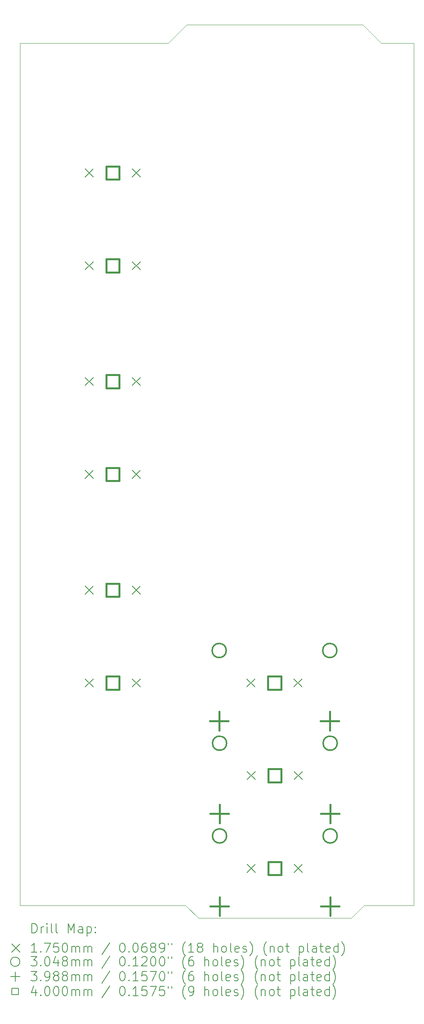
<source format=gbr>
%TF.GenerationSoftware,KiCad,Pcbnew,7.0.5*%
%TF.CreationDate,2023-07-03T18:50:37+02:00*%
%TF.ProjectId,Master_Board,4d617374-6572-45f4-926f-6172642e6b69,rev?*%
%TF.SameCoordinates,Original*%
%TF.FileFunction,Drillmap*%
%TF.FilePolarity,Positive*%
%FSLAX45Y45*%
G04 Gerber Fmt 4.5, Leading zero omitted, Abs format (unit mm)*
G04 Created by KiCad (PCBNEW 7.0.5) date 2023-07-03 18:50:37*
%MOMM*%
%LPD*%
G01*
G04 APERTURE LIST*
%ADD10C,0.100000*%
%ADD11C,0.200000*%
%ADD12C,0.175000*%
%ADD13C,0.304800*%
%ADD14C,0.398780*%
%ADD15C,0.400000*%
G04 APERTURE END LIST*
D10*
X8900000Y-800000D02*
X5100000Y-800000D01*
X4700000Y-1200000D02*
X1500000Y-1200000D01*
X5100000Y-800000D02*
X4700000Y-1200000D01*
X8650000Y-20075000D02*
X5350000Y-20075000D01*
X1500000Y-1200000D02*
X1500000Y-19800000D01*
X10000000Y-19800000D02*
X8925000Y-19800000D01*
X5075000Y-19800000D02*
X1500000Y-19800000D01*
X9300000Y-1200000D02*
X8900000Y-800000D01*
X5350000Y-20075000D02*
X5075000Y-19800000D01*
X10000000Y-1200000D02*
X9300000Y-1200000D01*
X10000000Y-19800000D02*
X10000000Y-1200000D01*
X8925000Y-19800000D02*
X8650000Y-20075000D01*
D11*
D12*
X2904500Y-3912500D02*
X3079500Y-4087500D01*
X3079500Y-3912500D02*
X2904500Y-4087500D01*
X2904500Y-5912500D02*
X3079500Y-6087500D01*
X3079500Y-5912500D02*
X2904500Y-6087500D01*
X2904500Y-8412500D02*
X3079500Y-8587500D01*
X3079500Y-8412500D02*
X2904500Y-8587500D01*
X2904500Y-10412500D02*
X3079500Y-10587500D01*
X3079500Y-10412500D02*
X2904500Y-10587500D01*
X2904500Y-12912500D02*
X3079500Y-13087500D01*
X3079500Y-12912500D02*
X2904500Y-13087500D01*
X2904500Y-14912500D02*
X3079500Y-15087500D01*
X3079500Y-14912500D02*
X2904500Y-15087500D01*
X3920500Y-3912500D02*
X4095500Y-4087500D01*
X4095500Y-3912500D02*
X3920500Y-4087500D01*
X3920500Y-5912500D02*
X4095500Y-6087500D01*
X4095500Y-5912500D02*
X3920500Y-6087500D01*
X3920500Y-8412500D02*
X4095500Y-8587500D01*
X4095500Y-8412500D02*
X3920500Y-8587500D01*
X3920500Y-10412500D02*
X4095500Y-10587500D01*
X4095500Y-10412500D02*
X3920500Y-10587500D01*
X3920500Y-12912500D02*
X4095500Y-13087500D01*
X4095500Y-12912500D02*
X3920500Y-13087500D01*
X3920500Y-14912500D02*
X4095500Y-15087500D01*
X4095500Y-14912500D02*
X3920500Y-15087500D01*
X6396500Y-14912500D02*
X6571500Y-15087500D01*
X6571500Y-14912500D02*
X6396500Y-15087500D01*
X6404500Y-16912500D02*
X6579500Y-17087500D01*
X6579500Y-16912500D02*
X6404500Y-17087500D01*
X6404500Y-18912500D02*
X6579500Y-19087500D01*
X6579500Y-18912500D02*
X6404500Y-19087500D01*
X7412500Y-14912500D02*
X7587500Y-15087500D01*
X7587500Y-14912500D02*
X7412500Y-15087500D01*
X7420500Y-16912500D02*
X7595500Y-17087500D01*
X7595500Y-16912500D02*
X7420500Y-17087500D01*
X7420500Y-18912500D02*
X7595500Y-19087500D01*
X7595500Y-18912500D02*
X7420500Y-19087500D01*
D13*
X5950600Y-14301500D02*
G75*
G03*
X5950600Y-14301500I-152400J0D01*
G01*
X5958600Y-16301500D02*
G75*
G03*
X5958600Y-16301500I-152400J0D01*
G01*
X5958600Y-18301500D02*
G75*
G03*
X5958600Y-18301500I-152400J0D01*
G01*
X8338200Y-14301500D02*
G75*
G03*
X8338200Y-14301500I-152400J0D01*
G01*
X8346200Y-16301500D02*
G75*
G03*
X8346200Y-16301500I-152400J0D01*
G01*
X8346200Y-18301500D02*
G75*
G03*
X8346200Y-18301500I-152400J0D01*
G01*
D14*
X5798200Y-15623110D02*
X5798200Y-16021890D01*
X5598810Y-15822500D02*
X5997590Y-15822500D01*
X5806200Y-17623110D02*
X5806200Y-18021890D01*
X5606810Y-17822500D02*
X6005590Y-17822500D01*
X5806200Y-19623110D02*
X5806200Y-20021890D01*
X5606810Y-19822500D02*
X6005590Y-19822500D01*
X8185800Y-15623110D02*
X8185800Y-16021890D01*
X7986410Y-15822500D02*
X8385190Y-15822500D01*
X8193800Y-17623110D02*
X8193800Y-18021890D01*
X7994410Y-17822500D02*
X8393190Y-17822500D01*
X8193800Y-19623110D02*
X8193800Y-20021890D01*
X7994410Y-19822500D02*
X8393190Y-19822500D01*
D15*
X3641423Y-4141423D02*
X3641423Y-3858577D01*
X3358577Y-3858577D01*
X3358577Y-4141423D01*
X3641423Y-4141423D01*
X3641423Y-6141423D02*
X3641423Y-5858577D01*
X3358577Y-5858577D01*
X3358577Y-6141423D01*
X3641423Y-6141423D01*
X3641423Y-8641423D02*
X3641423Y-8358577D01*
X3358577Y-8358577D01*
X3358577Y-8641423D01*
X3641423Y-8641423D01*
X3641423Y-10641423D02*
X3641423Y-10358577D01*
X3358577Y-10358577D01*
X3358577Y-10641423D01*
X3641423Y-10641423D01*
X3641423Y-13141423D02*
X3641423Y-12858577D01*
X3358577Y-12858577D01*
X3358577Y-13141423D01*
X3641423Y-13141423D01*
X3641423Y-15141423D02*
X3641423Y-14858577D01*
X3358577Y-14858577D01*
X3358577Y-15141423D01*
X3641423Y-15141423D01*
X7133423Y-15141423D02*
X7133423Y-14858577D01*
X6850577Y-14858577D01*
X6850577Y-15141423D01*
X7133423Y-15141423D01*
X7141423Y-17141423D02*
X7141423Y-16858577D01*
X6858577Y-16858577D01*
X6858577Y-17141423D01*
X7141423Y-17141423D01*
X7141423Y-19141423D02*
X7141423Y-18858577D01*
X6858577Y-18858577D01*
X6858577Y-19141423D01*
X7141423Y-19141423D01*
D11*
X1755777Y-20391484D02*
X1755777Y-20191484D01*
X1755777Y-20191484D02*
X1803396Y-20191484D01*
X1803396Y-20191484D02*
X1831967Y-20201008D01*
X1831967Y-20201008D02*
X1851015Y-20220055D01*
X1851015Y-20220055D02*
X1860539Y-20239103D01*
X1860539Y-20239103D02*
X1870062Y-20277198D01*
X1870062Y-20277198D02*
X1870062Y-20305770D01*
X1870062Y-20305770D02*
X1860539Y-20343865D01*
X1860539Y-20343865D02*
X1851015Y-20362912D01*
X1851015Y-20362912D02*
X1831967Y-20381960D01*
X1831967Y-20381960D02*
X1803396Y-20391484D01*
X1803396Y-20391484D02*
X1755777Y-20391484D01*
X1955777Y-20391484D02*
X1955777Y-20258150D01*
X1955777Y-20296246D02*
X1965301Y-20277198D01*
X1965301Y-20277198D02*
X1974824Y-20267674D01*
X1974824Y-20267674D02*
X1993872Y-20258150D01*
X1993872Y-20258150D02*
X2012920Y-20258150D01*
X2079586Y-20391484D02*
X2079586Y-20258150D01*
X2079586Y-20191484D02*
X2070062Y-20201008D01*
X2070062Y-20201008D02*
X2079586Y-20210531D01*
X2079586Y-20210531D02*
X2089110Y-20201008D01*
X2089110Y-20201008D02*
X2079586Y-20191484D01*
X2079586Y-20191484D02*
X2079586Y-20210531D01*
X2203396Y-20391484D02*
X2184348Y-20381960D01*
X2184348Y-20381960D02*
X2174824Y-20362912D01*
X2174824Y-20362912D02*
X2174824Y-20191484D01*
X2308158Y-20391484D02*
X2289110Y-20381960D01*
X2289110Y-20381960D02*
X2279586Y-20362912D01*
X2279586Y-20362912D02*
X2279586Y-20191484D01*
X2536729Y-20391484D02*
X2536729Y-20191484D01*
X2536729Y-20191484D02*
X2603396Y-20334341D01*
X2603396Y-20334341D02*
X2670063Y-20191484D01*
X2670063Y-20191484D02*
X2670063Y-20391484D01*
X2851015Y-20391484D02*
X2851015Y-20286722D01*
X2851015Y-20286722D02*
X2841491Y-20267674D01*
X2841491Y-20267674D02*
X2822443Y-20258150D01*
X2822443Y-20258150D02*
X2784348Y-20258150D01*
X2784348Y-20258150D02*
X2765301Y-20267674D01*
X2851015Y-20381960D02*
X2831967Y-20391484D01*
X2831967Y-20391484D02*
X2784348Y-20391484D01*
X2784348Y-20391484D02*
X2765301Y-20381960D01*
X2765301Y-20381960D02*
X2755777Y-20362912D01*
X2755777Y-20362912D02*
X2755777Y-20343865D01*
X2755777Y-20343865D02*
X2765301Y-20324817D01*
X2765301Y-20324817D02*
X2784348Y-20315293D01*
X2784348Y-20315293D02*
X2831967Y-20315293D01*
X2831967Y-20315293D02*
X2851015Y-20305770D01*
X2946253Y-20258150D02*
X2946253Y-20458150D01*
X2946253Y-20267674D02*
X2965301Y-20258150D01*
X2965301Y-20258150D02*
X3003396Y-20258150D01*
X3003396Y-20258150D02*
X3022443Y-20267674D01*
X3022443Y-20267674D02*
X3031967Y-20277198D01*
X3031967Y-20277198D02*
X3041491Y-20296246D01*
X3041491Y-20296246D02*
X3041491Y-20353389D01*
X3041491Y-20353389D02*
X3031967Y-20372436D01*
X3031967Y-20372436D02*
X3022443Y-20381960D01*
X3022443Y-20381960D02*
X3003396Y-20391484D01*
X3003396Y-20391484D02*
X2965301Y-20391484D01*
X2965301Y-20391484D02*
X2946253Y-20381960D01*
X3127205Y-20372436D02*
X3136729Y-20381960D01*
X3136729Y-20381960D02*
X3127205Y-20391484D01*
X3127205Y-20391484D02*
X3117682Y-20381960D01*
X3117682Y-20381960D02*
X3127205Y-20372436D01*
X3127205Y-20372436D02*
X3127205Y-20391484D01*
X3127205Y-20267674D02*
X3136729Y-20277198D01*
X3136729Y-20277198D02*
X3127205Y-20286722D01*
X3127205Y-20286722D02*
X3117682Y-20277198D01*
X3117682Y-20277198D02*
X3127205Y-20267674D01*
X3127205Y-20267674D02*
X3127205Y-20286722D01*
D12*
X1320000Y-20632500D02*
X1495000Y-20807500D01*
X1495000Y-20632500D02*
X1320000Y-20807500D01*
D11*
X1860539Y-20811484D02*
X1746253Y-20811484D01*
X1803396Y-20811484D02*
X1803396Y-20611484D01*
X1803396Y-20611484D02*
X1784348Y-20640055D01*
X1784348Y-20640055D02*
X1765301Y-20659103D01*
X1765301Y-20659103D02*
X1746253Y-20668627D01*
X1946253Y-20792436D02*
X1955777Y-20801960D01*
X1955777Y-20801960D02*
X1946253Y-20811484D01*
X1946253Y-20811484D02*
X1936729Y-20801960D01*
X1936729Y-20801960D02*
X1946253Y-20792436D01*
X1946253Y-20792436D02*
X1946253Y-20811484D01*
X2022443Y-20611484D02*
X2155777Y-20611484D01*
X2155777Y-20611484D02*
X2070062Y-20811484D01*
X2327205Y-20611484D02*
X2231967Y-20611484D01*
X2231967Y-20611484D02*
X2222444Y-20706722D01*
X2222444Y-20706722D02*
X2231967Y-20697198D01*
X2231967Y-20697198D02*
X2251015Y-20687674D01*
X2251015Y-20687674D02*
X2298634Y-20687674D01*
X2298634Y-20687674D02*
X2317682Y-20697198D01*
X2317682Y-20697198D02*
X2327205Y-20706722D01*
X2327205Y-20706722D02*
X2336729Y-20725770D01*
X2336729Y-20725770D02*
X2336729Y-20773389D01*
X2336729Y-20773389D02*
X2327205Y-20792436D01*
X2327205Y-20792436D02*
X2317682Y-20801960D01*
X2317682Y-20801960D02*
X2298634Y-20811484D01*
X2298634Y-20811484D02*
X2251015Y-20811484D01*
X2251015Y-20811484D02*
X2231967Y-20801960D01*
X2231967Y-20801960D02*
X2222444Y-20792436D01*
X2460539Y-20611484D02*
X2479586Y-20611484D01*
X2479586Y-20611484D02*
X2498634Y-20621008D01*
X2498634Y-20621008D02*
X2508158Y-20630531D01*
X2508158Y-20630531D02*
X2517682Y-20649579D01*
X2517682Y-20649579D02*
X2527205Y-20687674D01*
X2527205Y-20687674D02*
X2527205Y-20735293D01*
X2527205Y-20735293D02*
X2517682Y-20773389D01*
X2517682Y-20773389D02*
X2508158Y-20792436D01*
X2508158Y-20792436D02*
X2498634Y-20801960D01*
X2498634Y-20801960D02*
X2479586Y-20811484D01*
X2479586Y-20811484D02*
X2460539Y-20811484D01*
X2460539Y-20811484D02*
X2441491Y-20801960D01*
X2441491Y-20801960D02*
X2431967Y-20792436D01*
X2431967Y-20792436D02*
X2422444Y-20773389D01*
X2422444Y-20773389D02*
X2412920Y-20735293D01*
X2412920Y-20735293D02*
X2412920Y-20687674D01*
X2412920Y-20687674D02*
X2422444Y-20649579D01*
X2422444Y-20649579D02*
X2431967Y-20630531D01*
X2431967Y-20630531D02*
X2441491Y-20621008D01*
X2441491Y-20621008D02*
X2460539Y-20611484D01*
X2612920Y-20811484D02*
X2612920Y-20678150D01*
X2612920Y-20697198D02*
X2622444Y-20687674D01*
X2622444Y-20687674D02*
X2641491Y-20678150D01*
X2641491Y-20678150D02*
X2670063Y-20678150D01*
X2670063Y-20678150D02*
X2689110Y-20687674D01*
X2689110Y-20687674D02*
X2698634Y-20706722D01*
X2698634Y-20706722D02*
X2698634Y-20811484D01*
X2698634Y-20706722D02*
X2708158Y-20687674D01*
X2708158Y-20687674D02*
X2727205Y-20678150D01*
X2727205Y-20678150D02*
X2755777Y-20678150D01*
X2755777Y-20678150D02*
X2774825Y-20687674D01*
X2774825Y-20687674D02*
X2784348Y-20706722D01*
X2784348Y-20706722D02*
X2784348Y-20811484D01*
X2879586Y-20811484D02*
X2879586Y-20678150D01*
X2879586Y-20697198D02*
X2889110Y-20687674D01*
X2889110Y-20687674D02*
X2908158Y-20678150D01*
X2908158Y-20678150D02*
X2936729Y-20678150D01*
X2936729Y-20678150D02*
X2955777Y-20687674D01*
X2955777Y-20687674D02*
X2965301Y-20706722D01*
X2965301Y-20706722D02*
X2965301Y-20811484D01*
X2965301Y-20706722D02*
X2974824Y-20687674D01*
X2974824Y-20687674D02*
X2993872Y-20678150D01*
X2993872Y-20678150D02*
X3022443Y-20678150D01*
X3022443Y-20678150D02*
X3041491Y-20687674D01*
X3041491Y-20687674D02*
X3051015Y-20706722D01*
X3051015Y-20706722D02*
X3051015Y-20811484D01*
X3441491Y-20601960D02*
X3270063Y-20859103D01*
X3698634Y-20611484D02*
X3717682Y-20611484D01*
X3717682Y-20611484D02*
X3736729Y-20621008D01*
X3736729Y-20621008D02*
X3746253Y-20630531D01*
X3746253Y-20630531D02*
X3755777Y-20649579D01*
X3755777Y-20649579D02*
X3765301Y-20687674D01*
X3765301Y-20687674D02*
X3765301Y-20735293D01*
X3765301Y-20735293D02*
X3755777Y-20773389D01*
X3755777Y-20773389D02*
X3746253Y-20792436D01*
X3746253Y-20792436D02*
X3736729Y-20801960D01*
X3736729Y-20801960D02*
X3717682Y-20811484D01*
X3717682Y-20811484D02*
X3698634Y-20811484D01*
X3698634Y-20811484D02*
X3679586Y-20801960D01*
X3679586Y-20801960D02*
X3670063Y-20792436D01*
X3670063Y-20792436D02*
X3660539Y-20773389D01*
X3660539Y-20773389D02*
X3651015Y-20735293D01*
X3651015Y-20735293D02*
X3651015Y-20687674D01*
X3651015Y-20687674D02*
X3660539Y-20649579D01*
X3660539Y-20649579D02*
X3670063Y-20630531D01*
X3670063Y-20630531D02*
X3679586Y-20621008D01*
X3679586Y-20621008D02*
X3698634Y-20611484D01*
X3851015Y-20792436D02*
X3860539Y-20801960D01*
X3860539Y-20801960D02*
X3851015Y-20811484D01*
X3851015Y-20811484D02*
X3841491Y-20801960D01*
X3841491Y-20801960D02*
X3851015Y-20792436D01*
X3851015Y-20792436D02*
X3851015Y-20811484D01*
X3984348Y-20611484D02*
X4003396Y-20611484D01*
X4003396Y-20611484D02*
X4022444Y-20621008D01*
X4022444Y-20621008D02*
X4031967Y-20630531D01*
X4031967Y-20630531D02*
X4041491Y-20649579D01*
X4041491Y-20649579D02*
X4051015Y-20687674D01*
X4051015Y-20687674D02*
X4051015Y-20735293D01*
X4051015Y-20735293D02*
X4041491Y-20773389D01*
X4041491Y-20773389D02*
X4031967Y-20792436D01*
X4031967Y-20792436D02*
X4022444Y-20801960D01*
X4022444Y-20801960D02*
X4003396Y-20811484D01*
X4003396Y-20811484D02*
X3984348Y-20811484D01*
X3984348Y-20811484D02*
X3965301Y-20801960D01*
X3965301Y-20801960D02*
X3955777Y-20792436D01*
X3955777Y-20792436D02*
X3946253Y-20773389D01*
X3946253Y-20773389D02*
X3936729Y-20735293D01*
X3936729Y-20735293D02*
X3936729Y-20687674D01*
X3936729Y-20687674D02*
X3946253Y-20649579D01*
X3946253Y-20649579D02*
X3955777Y-20630531D01*
X3955777Y-20630531D02*
X3965301Y-20621008D01*
X3965301Y-20621008D02*
X3984348Y-20611484D01*
X4222444Y-20611484D02*
X4184348Y-20611484D01*
X4184348Y-20611484D02*
X4165301Y-20621008D01*
X4165301Y-20621008D02*
X4155777Y-20630531D01*
X4155777Y-20630531D02*
X4136729Y-20659103D01*
X4136729Y-20659103D02*
X4127206Y-20697198D01*
X4127206Y-20697198D02*
X4127206Y-20773389D01*
X4127206Y-20773389D02*
X4136729Y-20792436D01*
X4136729Y-20792436D02*
X4146253Y-20801960D01*
X4146253Y-20801960D02*
X4165301Y-20811484D01*
X4165301Y-20811484D02*
X4203396Y-20811484D01*
X4203396Y-20811484D02*
X4222444Y-20801960D01*
X4222444Y-20801960D02*
X4231968Y-20792436D01*
X4231968Y-20792436D02*
X4241491Y-20773389D01*
X4241491Y-20773389D02*
X4241491Y-20725770D01*
X4241491Y-20725770D02*
X4231968Y-20706722D01*
X4231968Y-20706722D02*
X4222444Y-20697198D01*
X4222444Y-20697198D02*
X4203396Y-20687674D01*
X4203396Y-20687674D02*
X4165301Y-20687674D01*
X4165301Y-20687674D02*
X4146253Y-20697198D01*
X4146253Y-20697198D02*
X4136729Y-20706722D01*
X4136729Y-20706722D02*
X4127206Y-20725770D01*
X4355777Y-20697198D02*
X4336729Y-20687674D01*
X4336729Y-20687674D02*
X4327206Y-20678150D01*
X4327206Y-20678150D02*
X4317682Y-20659103D01*
X4317682Y-20659103D02*
X4317682Y-20649579D01*
X4317682Y-20649579D02*
X4327206Y-20630531D01*
X4327206Y-20630531D02*
X4336729Y-20621008D01*
X4336729Y-20621008D02*
X4355777Y-20611484D01*
X4355777Y-20611484D02*
X4393872Y-20611484D01*
X4393872Y-20611484D02*
X4412920Y-20621008D01*
X4412920Y-20621008D02*
X4422444Y-20630531D01*
X4422444Y-20630531D02*
X4431968Y-20649579D01*
X4431968Y-20649579D02*
X4431968Y-20659103D01*
X4431968Y-20659103D02*
X4422444Y-20678150D01*
X4422444Y-20678150D02*
X4412920Y-20687674D01*
X4412920Y-20687674D02*
X4393872Y-20697198D01*
X4393872Y-20697198D02*
X4355777Y-20697198D01*
X4355777Y-20697198D02*
X4336729Y-20706722D01*
X4336729Y-20706722D02*
X4327206Y-20716246D01*
X4327206Y-20716246D02*
X4317682Y-20735293D01*
X4317682Y-20735293D02*
X4317682Y-20773389D01*
X4317682Y-20773389D02*
X4327206Y-20792436D01*
X4327206Y-20792436D02*
X4336729Y-20801960D01*
X4336729Y-20801960D02*
X4355777Y-20811484D01*
X4355777Y-20811484D02*
X4393872Y-20811484D01*
X4393872Y-20811484D02*
X4412920Y-20801960D01*
X4412920Y-20801960D02*
X4422444Y-20792436D01*
X4422444Y-20792436D02*
X4431968Y-20773389D01*
X4431968Y-20773389D02*
X4431968Y-20735293D01*
X4431968Y-20735293D02*
X4422444Y-20716246D01*
X4422444Y-20716246D02*
X4412920Y-20706722D01*
X4412920Y-20706722D02*
X4393872Y-20697198D01*
X4527206Y-20811484D02*
X4565301Y-20811484D01*
X4565301Y-20811484D02*
X4584349Y-20801960D01*
X4584349Y-20801960D02*
X4593872Y-20792436D01*
X4593872Y-20792436D02*
X4612920Y-20763865D01*
X4612920Y-20763865D02*
X4622444Y-20725770D01*
X4622444Y-20725770D02*
X4622444Y-20649579D01*
X4622444Y-20649579D02*
X4612920Y-20630531D01*
X4612920Y-20630531D02*
X4603396Y-20621008D01*
X4603396Y-20621008D02*
X4584349Y-20611484D01*
X4584349Y-20611484D02*
X4546253Y-20611484D01*
X4546253Y-20611484D02*
X4527206Y-20621008D01*
X4527206Y-20621008D02*
X4517682Y-20630531D01*
X4517682Y-20630531D02*
X4508158Y-20649579D01*
X4508158Y-20649579D02*
X4508158Y-20697198D01*
X4508158Y-20697198D02*
X4517682Y-20716246D01*
X4517682Y-20716246D02*
X4527206Y-20725770D01*
X4527206Y-20725770D02*
X4546253Y-20735293D01*
X4546253Y-20735293D02*
X4584349Y-20735293D01*
X4584349Y-20735293D02*
X4603396Y-20725770D01*
X4603396Y-20725770D02*
X4612920Y-20716246D01*
X4612920Y-20716246D02*
X4622444Y-20697198D01*
X4698634Y-20611484D02*
X4698634Y-20649579D01*
X4774825Y-20611484D02*
X4774825Y-20649579D01*
X5070063Y-20887674D02*
X5060539Y-20878150D01*
X5060539Y-20878150D02*
X5041491Y-20849579D01*
X5041491Y-20849579D02*
X5031968Y-20830531D01*
X5031968Y-20830531D02*
X5022444Y-20801960D01*
X5022444Y-20801960D02*
X5012920Y-20754341D01*
X5012920Y-20754341D02*
X5012920Y-20716246D01*
X5012920Y-20716246D02*
X5022444Y-20668627D01*
X5022444Y-20668627D02*
X5031968Y-20640055D01*
X5031968Y-20640055D02*
X5041491Y-20621008D01*
X5041491Y-20621008D02*
X5060539Y-20592436D01*
X5060539Y-20592436D02*
X5070063Y-20582912D01*
X5251015Y-20811484D02*
X5136730Y-20811484D01*
X5193872Y-20811484D02*
X5193872Y-20611484D01*
X5193872Y-20611484D02*
X5174825Y-20640055D01*
X5174825Y-20640055D02*
X5155777Y-20659103D01*
X5155777Y-20659103D02*
X5136730Y-20668627D01*
X5365301Y-20697198D02*
X5346253Y-20687674D01*
X5346253Y-20687674D02*
X5336730Y-20678150D01*
X5336730Y-20678150D02*
X5327206Y-20659103D01*
X5327206Y-20659103D02*
X5327206Y-20649579D01*
X5327206Y-20649579D02*
X5336730Y-20630531D01*
X5336730Y-20630531D02*
X5346253Y-20621008D01*
X5346253Y-20621008D02*
X5365301Y-20611484D01*
X5365301Y-20611484D02*
X5403396Y-20611484D01*
X5403396Y-20611484D02*
X5422444Y-20621008D01*
X5422444Y-20621008D02*
X5431968Y-20630531D01*
X5431968Y-20630531D02*
X5441491Y-20649579D01*
X5441491Y-20649579D02*
X5441491Y-20659103D01*
X5441491Y-20659103D02*
X5431968Y-20678150D01*
X5431968Y-20678150D02*
X5422444Y-20687674D01*
X5422444Y-20687674D02*
X5403396Y-20697198D01*
X5403396Y-20697198D02*
X5365301Y-20697198D01*
X5365301Y-20697198D02*
X5346253Y-20706722D01*
X5346253Y-20706722D02*
X5336730Y-20716246D01*
X5336730Y-20716246D02*
X5327206Y-20735293D01*
X5327206Y-20735293D02*
X5327206Y-20773389D01*
X5327206Y-20773389D02*
X5336730Y-20792436D01*
X5336730Y-20792436D02*
X5346253Y-20801960D01*
X5346253Y-20801960D02*
X5365301Y-20811484D01*
X5365301Y-20811484D02*
X5403396Y-20811484D01*
X5403396Y-20811484D02*
X5422444Y-20801960D01*
X5422444Y-20801960D02*
X5431968Y-20792436D01*
X5431968Y-20792436D02*
X5441491Y-20773389D01*
X5441491Y-20773389D02*
X5441491Y-20735293D01*
X5441491Y-20735293D02*
X5431968Y-20716246D01*
X5431968Y-20716246D02*
X5422444Y-20706722D01*
X5422444Y-20706722D02*
X5403396Y-20697198D01*
X5679587Y-20811484D02*
X5679587Y-20611484D01*
X5765301Y-20811484D02*
X5765301Y-20706722D01*
X5765301Y-20706722D02*
X5755777Y-20687674D01*
X5755777Y-20687674D02*
X5736730Y-20678150D01*
X5736730Y-20678150D02*
X5708158Y-20678150D01*
X5708158Y-20678150D02*
X5689110Y-20687674D01*
X5689110Y-20687674D02*
X5679587Y-20697198D01*
X5889110Y-20811484D02*
X5870063Y-20801960D01*
X5870063Y-20801960D02*
X5860539Y-20792436D01*
X5860539Y-20792436D02*
X5851015Y-20773389D01*
X5851015Y-20773389D02*
X5851015Y-20716246D01*
X5851015Y-20716246D02*
X5860539Y-20697198D01*
X5860539Y-20697198D02*
X5870063Y-20687674D01*
X5870063Y-20687674D02*
X5889110Y-20678150D01*
X5889110Y-20678150D02*
X5917682Y-20678150D01*
X5917682Y-20678150D02*
X5936730Y-20687674D01*
X5936730Y-20687674D02*
X5946253Y-20697198D01*
X5946253Y-20697198D02*
X5955777Y-20716246D01*
X5955777Y-20716246D02*
X5955777Y-20773389D01*
X5955777Y-20773389D02*
X5946253Y-20792436D01*
X5946253Y-20792436D02*
X5936730Y-20801960D01*
X5936730Y-20801960D02*
X5917682Y-20811484D01*
X5917682Y-20811484D02*
X5889110Y-20811484D01*
X6070063Y-20811484D02*
X6051015Y-20801960D01*
X6051015Y-20801960D02*
X6041491Y-20782912D01*
X6041491Y-20782912D02*
X6041491Y-20611484D01*
X6222444Y-20801960D02*
X6203396Y-20811484D01*
X6203396Y-20811484D02*
X6165301Y-20811484D01*
X6165301Y-20811484D02*
X6146253Y-20801960D01*
X6146253Y-20801960D02*
X6136730Y-20782912D01*
X6136730Y-20782912D02*
X6136730Y-20706722D01*
X6136730Y-20706722D02*
X6146253Y-20687674D01*
X6146253Y-20687674D02*
X6165301Y-20678150D01*
X6165301Y-20678150D02*
X6203396Y-20678150D01*
X6203396Y-20678150D02*
X6222444Y-20687674D01*
X6222444Y-20687674D02*
X6231968Y-20706722D01*
X6231968Y-20706722D02*
X6231968Y-20725770D01*
X6231968Y-20725770D02*
X6136730Y-20744817D01*
X6308158Y-20801960D02*
X6327206Y-20811484D01*
X6327206Y-20811484D02*
X6365301Y-20811484D01*
X6365301Y-20811484D02*
X6384349Y-20801960D01*
X6384349Y-20801960D02*
X6393872Y-20782912D01*
X6393872Y-20782912D02*
X6393872Y-20773389D01*
X6393872Y-20773389D02*
X6384349Y-20754341D01*
X6384349Y-20754341D02*
X6365301Y-20744817D01*
X6365301Y-20744817D02*
X6336730Y-20744817D01*
X6336730Y-20744817D02*
X6317682Y-20735293D01*
X6317682Y-20735293D02*
X6308158Y-20716246D01*
X6308158Y-20716246D02*
X6308158Y-20706722D01*
X6308158Y-20706722D02*
X6317682Y-20687674D01*
X6317682Y-20687674D02*
X6336730Y-20678150D01*
X6336730Y-20678150D02*
X6365301Y-20678150D01*
X6365301Y-20678150D02*
X6384349Y-20687674D01*
X6460539Y-20887674D02*
X6470063Y-20878150D01*
X6470063Y-20878150D02*
X6489111Y-20849579D01*
X6489111Y-20849579D02*
X6498634Y-20830531D01*
X6498634Y-20830531D02*
X6508158Y-20801960D01*
X6508158Y-20801960D02*
X6517682Y-20754341D01*
X6517682Y-20754341D02*
X6517682Y-20716246D01*
X6517682Y-20716246D02*
X6508158Y-20668627D01*
X6508158Y-20668627D02*
X6498634Y-20640055D01*
X6498634Y-20640055D02*
X6489111Y-20621008D01*
X6489111Y-20621008D02*
X6470063Y-20592436D01*
X6470063Y-20592436D02*
X6460539Y-20582912D01*
X6822444Y-20887674D02*
X6812920Y-20878150D01*
X6812920Y-20878150D02*
X6793872Y-20849579D01*
X6793872Y-20849579D02*
X6784349Y-20830531D01*
X6784349Y-20830531D02*
X6774825Y-20801960D01*
X6774825Y-20801960D02*
X6765301Y-20754341D01*
X6765301Y-20754341D02*
X6765301Y-20716246D01*
X6765301Y-20716246D02*
X6774825Y-20668627D01*
X6774825Y-20668627D02*
X6784349Y-20640055D01*
X6784349Y-20640055D02*
X6793872Y-20621008D01*
X6793872Y-20621008D02*
X6812920Y-20592436D01*
X6812920Y-20592436D02*
X6822444Y-20582912D01*
X6898634Y-20678150D02*
X6898634Y-20811484D01*
X6898634Y-20697198D02*
X6908158Y-20687674D01*
X6908158Y-20687674D02*
X6927206Y-20678150D01*
X6927206Y-20678150D02*
X6955777Y-20678150D01*
X6955777Y-20678150D02*
X6974825Y-20687674D01*
X6974825Y-20687674D02*
X6984349Y-20706722D01*
X6984349Y-20706722D02*
X6984349Y-20811484D01*
X7108158Y-20811484D02*
X7089111Y-20801960D01*
X7089111Y-20801960D02*
X7079587Y-20792436D01*
X7079587Y-20792436D02*
X7070063Y-20773389D01*
X7070063Y-20773389D02*
X7070063Y-20716246D01*
X7070063Y-20716246D02*
X7079587Y-20697198D01*
X7079587Y-20697198D02*
X7089111Y-20687674D01*
X7089111Y-20687674D02*
X7108158Y-20678150D01*
X7108158Y-20678150D02*
X7136730Y-20678150D01*
X7136730Y-20678150D02*
X7155777Y-20687674D01*
X7155777Y-20687674D02*
X7165301Y-20697198D01*
X7165301Y-20697198D02*
X7174825Y-20716246D01*
X7174825Y-20716246D02*
X7174825Y-20773389D01*
X7174825Y-20773389D02*
X7165301Y-20792436D01*
X7165301Y-20792436D02*
X7155777Y-20801960D01*
X7155777Y-20801960D02*
X7136730Y-20811484D01*
X7136730Y-20811484D02*
X7108158Y-20811484D01*
X7231968Y-20678150D02*
X7308158Y-20678150D01*
X7260539Y-20611484D02*
X7260539Y-20782912D01*
X7260539Y-20782912D02*
X7270063Y-20801960D01*
X7270063Y-20801960D02*
X7289111Y-20811484D01*
X7289111Y-20811484D02*
X7308158Y-20811484D01*
X7527206Y-20678150D02*
X7527206Y-20878150D01*
X7527206Y-20687674D02*
X7546253Y-20678150D01*
X7546253Y-20678150D02*
X7584349Y-20678150D01*
X7584349Y-20678150D02*
X7603396Y-20687674D01*
X7603396Y-20687674D02*
X7612920Y-20697198D01*
X7612920Y-20697198D02*
X7622444Y-20716246D01*
X7622444Y-20716246D02*
X7622444Y-20773389D01*
X7622444Y-20773389D02*
X7612920Y-20792436D01*
X7612920Y-20792436D02*
X7603396Y-20801960D01*
X7603396Y-20801960D02*
X7584349Y-20811484D01*
X7584349Y-20811484D02*
X7546253Y-20811484D01*
X7546253Y-20811484D02*
X7527206Y-20801960D01*
X7736730Y-20811484D02*
X7717682Y-20801960D01*
X7717682Y-20801960D02*
X7708158Y-20782912D01*
X7708158Y-20782912D02*
X7708158Y-20611484D01*
X7898634Y-20811484D02*
X7898634Y-20706722D01*
X7898634Y-20706722D02*
X7889111Y-20687674D01*
X7889111Y-20687674D02*
X7870063Y-20678150D01*
X7870063Y-20678150D02*
X7831968Y-20678150D01*
X7831968Y-20678150D02*
X7812920Y-20687674D01*
X7898634Y-20801960D02*
X7879587Y-20811484D01*
X7879587Y-20811484D02*
X7831968Y-20811484D01*
X7831968Y-20811484D02*
X7812920Y-20801960D01*
X7812920Y-20801960D02*
X7803396Y-20782912D01*
X7803396Y-20782912D02*
X7803396Y-20763865D01*
X7803396Y-20763865D02*
X7812920Y-20744817D01*
X7812920Y-20744817D02*
X7831968Y-20735293D01*
X7831968Y-20735293D02*
X7879587Y-20735293D01*
X7879587Y-20735293D02*
X7898634Y-20725770D01*
X7965301Y-20678150D02*
X8041492Y-20678150D01*
X7993873Y-20611484D02*
X7993873Y-20782912D01*
X7993873Y-20782912D02*
X8003396Y-20801960D01*
X8003396Y-20801960D02*
X8022444Y-20811484D01*
X8022444Y-20811484D02*
X8041492Y-20811484D01*
X8184349Y-20801960D02*
X8165301Y-20811484D01*
X8165301Y-20811484D02*
X8127206Y-20811484D01*
X8127206Y-20811484D02*
X8108158Y-20801960D01*
X8108158Y-20801960D02*
X8098634Y-20782912D01*
X8098634Y-20782912D02*
X8098634Y-20706722D01*
X8098634Y-20706722D02*
X8108158Y-20687674D01*
X8108158Y-20687674D02*
X8127206Y-20678150D01*
X8127206Y-20678150D02*
X8165301Y-20678150D01*
X8165301Y-20678150D02*
X8184349Y-20687674D01*
X8184349Y-20687674D02*
X8193873Y-20706722D01*
X8193873Y-20706722D02*
X8193873Y-20725770D01*
X8193873Y-20725770D02*
X8098634Y-20744817D01*
X8365301Y-20811484D02*
X8365301Y-20611484D01*
X8365301Y-20801960D02*
X8346254Y-20811484D01*
X8346254Y-20811484D02*
X8308158Y-20811484D01*
X8308158Y-20811484D02*
X8289111Y-20801960D01*
X8289111Y-20801960D02*
X8279587Y-20792436D01*
X8279587Y-20792436D02*
X8270063Y-20773389D01*
X8270063Y-20773389D02*
X8270063Y-20716246D01*
X8270063Y-20716246D02*
X8279587Y-20697198D01*
X8279587Y-20697198D02*
X8289111Y-20687674D01*
X8289111Y-20687674D02*
X8308158Y-20678150D01*
X8308158Y-20678150D02*
X8346254Y-20678150D01*
X8346254Y-20678150D02*
X8365301Y-20687674D01*
X8441492Y-20887674D02*
X8451016Y-20878150D01*
X8451016Y-20878150D02*
X8470063Y-20849579D01*
X8470063Y-20849579D02*
X8479587Y-20830531D01*
X8479587Y-20830531D02*
X8489111Y-20801960D01*
X8489111Y-20801960D02*
X8498635Y-20754341D01*
X8498635Y-20754341D02*
X8498635Y-20716246D01*
X8498635Y-20716246D02*
X8489111Y-20668627D01*
X8489111Y-20668627D02*
X8479587Y-20640055D01*
X8479587Y-20640055D02*
X8470063Y-20621008D01*
X8470063Y-20621008D02*
X8451016Y-20592436D01*
X8451016Y-20592436D02*
X8441492Y-20582912D01*
X1495000Y-21015000D02*
G75*
G03*
X1495000Y-21015000I-100000J0D01*
G01*
X1736729Y-20906484D02*
X1860539Y-20906484D01*
X1860539Y-20906484D02*
X1793872Y-20982674D01*
X1793872Y-20982674D02*
X1822443Y-20982674D01*
X1822443Y-20982674D02*
X1841491Y-20992198D01*
X1841491Y-20992198D02*
X1851015Y-21001722D01*
X1851015Y-21001722D02*
X1860539Y-21020770D01*
X1860539Y-21020770D02*
X1860539Y-21068389D01*
X1860539Y-21068389D02*
X1851015Y-21087436D01*
X1851015Y-21087436D02*
X1841491Y-21096960D01*
X1841491Y-21096960D02*
X1822443Y-21106484D01*
X1822443Y-21106484D02*
X1765301Y-21106484D01*
X1765301Y-21106484D02*
X1746253Y-21096960D01*
X1746253Y-21096960D02*
X1736729Y-21087436D01*
X1946253Y-21087436D02*
X1955777Y-21096960D01*
X1955777Y-21096960D02*
X1946253Y-21106484D01*
X1946253Y-21106484D02*
X1936729Y-21096960D01*
X1936729Y-21096960D02*
X1946253Y-21087436D01*
X1946253Y-21087436D02*
X1946253Y-21106484D01*
X2079586Y-20906484D02*
X2098634Y-20906484D01*
X2098634Y-20906484D02*
X2117682Y-20916008D01*
X2117682Y-20916008D02*
X2127205Y-20925531D01*
X2127205Y-20925531D02*
X2136729Y-20944579D01*
X2136729Y-20944579D02*
X2146253Y-20982674D01*
X2146253Y-20982674D02*
X2146253Y-21030293D01*
X2146253Y-21030293D02*
X2136729Y-21068389D01*
X2136729Y-21068389D02*
X2127205Y-21087436D01*
X2127205Y-21087436D02*
X2117682Y-21096960D01*
X2117682Y-21096960D02*
X2098634Y-21106484D01*
X2098634Y-21106484D02*
X2079586Y-21106484D01*
X2079586Y-21106484D02*
X2060539Y-21096960D01*
X2060539Y-21096960D02*
X2051015Y-21087436D01*
X2051015Y-21087436D02*
X2041491Y-21068389D01*
X2041491Y-21068389D02*
X2031967Y-21030293D01*
X2031967Y-21030293D02*
X2031967Y-20982674D01*
X2031967Y-20982674D02*
X2041491Y-20944579D01*
X2041491Y-20944579D02*
X2051015Y-20925531D01*
X2051015Y-20925531D02*
X2060539Y-20916008D01*
X2060539Y-20916008D02*
X2079586Y-20906484D01*
X2317682Y-20973150D02*
X2317682Y-21106484D01*
X2270063Y-20896960D02*
X2222444Y-21039817D01*
X2222444Y-21039817D02*
X2346253Y-21039817D01*
X2451015Y-20992198D02*
X2431967Y-20982674D01*
X2431967Y-20982674D02*
X2422444Y-20973150D01*
X2422444Y-20973150D02*
X2412920Y-20954103D01*
X2412920Y-20954103D02*
X2412920Y-20944579D01*
X2412920Y-20944579D02*
X2422444Y-20925531D01*
X2422444Y-20925531D02*
X2431967Y-20916008D01*
X2431967Y-20916008D02*
X2451015Y-20906484D01*
X2451015Y-20906484D02*
X2489110Y-20906484D01*
X2489110Y-20906484D02*
X2508158Y-20916008D01*
X2508158Y-20916008D02*
X2517682Y-20925531D01*
X2517682Y-20925531D02*
X2527205Y-20944579D01*
X2527205Y-20944579D02*
X2527205Y-20954103D01*
X2527205Y-20954103D02*
X2517682Y-20973150D01*
X2517682Y-20973150D02*
X2508158Y-20982674D01*
X2508158Y-20982674D02*
X2489110Y-20992198D01*
X2489110Y-20992198D02*
X2451015Y-20992198D01*
X2451015Y-20992198D02*
X2431967Y-21001722D01*
X2431967Y-21001722D02*
X2422444Y-21011246D01*
X2422444Y-21011246D02*
X2412920Y-21030293D01*
X2412920Y-21030293D02*
X2412920Y-21068389D01*
X2412920Y-21068389D02*
X2422444Y-21087436D01*
X2422444Y-21087436D02*
X2431967Y-21096960D01*
X2431967Y-21096960D02*
X2451015Y-21106484D01*
X2451015Y-21106484D02*
X2489110Y-21106484D01*
X2489110Y-21106484D02*
X2508158Y-21096960D01*
X2508158Y-21096960D02*
X2517682Y-21087436D01*
X2517682Y-21087436D02*
X2527205Y-21068389D01*
X2527205Y-21068389D02*
X2527205Y-21030293D01*
X2527205Y-21030293D02*
X2517682Y-21011246D01*
X2517682Y-21011246D02*
X2508158Y-21001722D01*
X2508158Y-21001722D02*
X2489110Y-20992198D01*
X2612920Y-21106484D02*
X2612920Y-20973150D01*
X2612920Y-20992198D02*
X2622444Y-20982674D01*
X2622444Y-20982674D02*
X2641491Y-20973150D01*
X2641491Y-20973150D02*
X2670063Y-20973150D01*
X2670063Y-20973150D02*
X2689110Y-20982674D01*
X2689110Y-20982674D02*
X2698634Y-21001722D01*
X2698634Y-21001722D02*
X2698634Y-21106484D01*
X2698634Y-21001722D02*
X2708158Y-20982674D01*
X2708158Y-20982674D02*
X2727205Y-20973150D01*
X2727205Y-20973150D02*
X2755777Y-20973150D01*
X2755777Y-20973150D02*
X2774825Y-20982674D01*
X2774825Y-20982674D02*
X2784348Y-21001722D01*
X2784348Y-21001722D02*
X2784348Y-21106484D01*
X2879586Y-21106484D02*
X2879586Y-20973150D01*
X2879586Y-20992198D02*
X2889110Y-20982674D01*
X2889110Y-20982674D02*
X2908158Y-20973150D01*
X2908158Y-20973150D02*
X2936729Y-20973150D01*
X2936729Y-20973150D02*
X2955777Y-20982674D01*
X2955777Y-20982674D02*
X2965301Y-21001722D01*
X2965301Y-21001722D02*
X2965301Y-21106484D01*
X2965301Y-21001722D02*
X2974824Y-20982674D01*
X2974824Y-20982674D02*
X2993872Y-20973150D01*
X2993872Y-20973150D02*
X3022443Y-20973150D01*
X3022443Y-20973150D02*
X3041491Y-20982674D01*
X3041491Y-20982674D02*
X3051015Y-21001722D01*
X3051015Y-21001722D02*
X3051015Y-21106484D01*
X3441491Y-20896960D02*
X3270063Y-21154103D01*
X3698634Y-20906484D02*
X3717682Y-20906484D01*
X3717682Y-20906484D02*
X3736729Y-20916008D01*
X3736729Y-20916008D02*
X3746253Y-20925531D01*
X3746253Y-20925531D02*
X3755777Y-20944579D01*
X3755777Y-20944579D02*
X3765301Y-20982674D01*
X3765301Y-20982674D02*
X3765301Y-21030293D01*
X3765301Y-21030293D02*
X3755777Y-21068389D01*
X3755777Y-21068389D02*
X3746253Y-21087436D01*
X3746253Y-21087436D02*
X3736729Y-21096960D01*
X3736729Y-21096960D02*
X3717682Y-21106484D01*
X3717682Y-21106484D02*
X3698634Y-21106484D01*
X3698634Y-21106484D02*
X3679586Y-21096960D01*
X3679586Y-21096960D02*
X3670063Y-21087436D01*
X3670063Y-21087436D02*
X3660539Y-21068389D01*
X3660539Y-21068389D02*
X3651015Y-21030293D01*
X3651015Y-21030293D02*
X3651015Y-20982674D01*
X3651015Y-20982674D02*
X3660539Y-20944579D01*
X3660539Y-20944579D02*
X3670063Y-20925531D01*
X3670063Y-20925531D02*
X3679586Y-20916008D01*
X3679586Y-20916008D02*
X3698634Y-20906484D01*
X3851015Y-21087436D02*
X3860539Y-21096960D01*
X3860539Y-21096960D02*
X3851015Y-21106484D01*
X3851015Y-21106484D02*
X3841491Y-21096960D01*
X3841491Y-21096960D02*
X3851015Y-21087436D01*
X3851015Y-21087436D02*
X3851015Y-21106484D01*
X4051015Y-21106484D02*
X3936729Y-21106484D01*
X3993872Y-21106484D02*
X3993872Y-20906484D01*
X3993872Y-20906484D02*
X3974825Y-20935055D01*
X3974825Y-20935055D02*
X3955777Y-20954103D01*
X3955777Y-20954103D02*
X3936729Y-20963627D01*
X4127206Y-20925531D02*
X4136729Y-20916008D01*
X4136729Y-20916008D02*
X4155777Y-20906484D01*
X4155777Y-20906484D02*
X4203396Y-20906484D01*
X4203396Y-20906484D02*
X4222444Y-20916008D01*
X4222444Y-20916008D02*
X4231968Y-20925531D01*
X4231968Y-20925531D02*
X4241491Y-20944579D01*
X4241491Y-20944579D02*
X4241491Y-20963627D01*
X4241491Y-20963627D02*
X4231968Y-20992198D01*
X4231968Y-20992198D02*
X4117682Y-21106484D01*
X4117682Y-21106484D02*
X4241491Y-21106484D01*
X4365301Y-20906484D02*
X4384349Y-20906484D01*
X4384349Y-20906484D02*
X4403396Y-20916008D01*
X4403396Y-20916008D02*
X4412920Y-20925531D01*
X4412920Y-20925531D02*
X4422444Y-20944579D01*
X4422444Y-20944579D02*
X4431968Y-20982674D01*
X4431968Y-20982674D02*
X4431968Y-21030293D01*
X4431968Y-21030293D02*
X4422444Y-21068389D01*
X4422444Y-21068389D02*
X4412920Y-21087436D01*
X4412920Y-21087436D02*
X4403396Y-21096960D01*
X4403396Y-21096960D02*
X4384349Y-21106484D01*
X4384349Y-21106484D02*
X4365301Y-21106484D01*
X4365301Y-21106484D02*
X4346253Y-21096960D01*
X4346253Y-21096960D02*
X4336729Y-21087436D01*
X4336729Y-21087436D02*
X4327206Y-21068389D01*
X4327206Y-21068389D02*
X4317682Y-21030293D01*
X4317682Y-21030293D02*
X4317682Y-20982674D01*
X4317682Y-20982674D02*
X4327206Y-20944579D01*
X4327206Y-20944579D02*
X4336729Y-20925531D01*
X4336729Y-20925531D02*
X4346253Y-20916008D01*
X4346253Y-20916008D02*
X4365301Y-20906484D01*
X4555777Y-20906484D02*
X4574825Y-20906484D01*
X4574825Y-20906484D02*
X4593872Y-20916008D01*
X4593872Y-20916008D02*
X4603396Y-20925531D01*
X4603396Y-20925531D02*
X4612920Y-20944579D01*
X4612920Y-20944579D02*
X4622444Y-20982674D01*
X4622444Y-20982674D02*
X4622444Y-21030293D01*
X4622444Y-21030293D02*
X4612920Y-21068389D01*
X4612920Y-21068389D02*
X4603396Y-21087436D01*
X4603396Y-21087436D02*
X4593872Y-21096960D01*
X4593872Y-21096960D02*
X4574825Y-21106484D01*
X4574825Y-21106484D02*
X4555777Y-21106484D01*
X4555777Y-21106484D02*
X4536729Y-21096960D01*
X4536729Y-21096960D02*
X4527206Y-21087436D01*
X4527206Y-21087436D02*
X4517682Y-21068389D01*
X4517682Y-21068389D02*
X4508158Y-21030293D01*
X4508158Y-21030293D02*
X4508158Y-20982674D01*
X4508158Y-20982674D02*
X4517682Y-20944579D01*
X4517682Y-20944579D02*
X4527206Y-20925531D01*
X4527206Y-20925531D02*
X4536729Y-20916008D01*
X4536729Y-20916008D02*
X4555777Y-20906484D01*
X4698634Y-20906484D02*
X4698634Y-20944579D01*
X4774825Y-20906484D02*
X4774825Y-20944579D01*
X5070063Y-21182674D02*
X5060539Y-21173150D01*
X5060539Y-21173150D02*
X5041491Y-21144579D01*
X5041491Y-21144579D02*
X5031968Y-21125531D01*
X5031968Y-21125531D02*
X5022444Y-21096960D01*
X5022444Y-21096960D02*
X5012920Y-21049341D01*
X5012920Y-21049341D02*
X5012920Y-21011246D01*
X5012920Y-21011246D02*
X5022444Y-20963627D01*
X5022444Y-20963627D02*
X5031968Y-20935055D01*
X5031968Y-20935055D02*
X5041491Y-20916008D01*
X5041491Y-20916008D02*
X5060539Y-20887436D01*
X5060539Y-20887436D02*
X5070063Y-20877912D01*
X5231968Y-20906484D02*
X5193872Y-20906484D01*
X5193872Y-20906484D02*
X5174825Y-20916008D01*
X5174825Y-20916008D02*
X5165301Y-20925531D01*
X5165301Y-20925531D02*
X5146253Y-20954103D01*
X5146253Y-20954103D02*
X5136730Y-20992198D01*
X5136730Y-20992198D02*
X5136730Y-21068389D01*
X5136730Y-21068389D02*
X5146253Y-21087436D01*
X5146253Y-21087436D02*
X5155777Y-21096960D01*
X5155777Y-21096960D02*
X5174825Y-21106484D01*
X5174825Y-21106484D02*
X5212920Y-21106484D01*
X5212920Y-21106484D02*
X5231968Y-21096960D01*
X5231968Y-21096960D02*
X5241491Y-21087436D01*
X5241491Y-21087436D02*
X5251015Y-21068389D01*
X5251015Y-21068389D02*
X5251015Y-21020770D01*
X5251015Y-21020770D02*
X5241491Y-21001722D01*
X5241491Y-21001722D02*
X5231968Y-20992198D01*
X5231968Y-20992198D02*
X5212920Y-20982674D01*
X5212920Y-20982674D02*
X5174825Y-20982674D01*
X5174825Y-20982674D02*
X5155777Y-20992198D01*
X5155777Y-20992198D02*
X5146253Y-21001722D01*
X5146253Y-21001722D02*
X5136730Y-21020770D01*
X5489111Y-21106484D02*
X5489111Y-20906484D01*
X5574825Y-21106484D02*
X5574825Y-21001722D01*
X5574825Y-21001722D02*
X5565301Y-20982674D01*
X5565301Y-20982674D02*
X5546253Y-20973150D01*
X5546253Y-20973150D02*
X5517682Y-20973150D01*
X5517682Y-20973150D02*
X5498634Y-20982674D01*
X5498634Y-20982674D02*
X5489111Y-20992198D01*
X5698634Y-21106484D02*
X5679587Y-21096960D01*
X5679587Y-21096960D02*
X5670063Y-21087436D01*
X5670063Y-21087436D02*
X5660539Y-21068389D01*
X5660539Y-21068389D02*
X5660539Y-21011246D01*
X5660539Y-21011246D02*
X5670063Y-20992198D01*
X5670063Y-20992198D02*
X5679587Y-20982674D01*
X5679587Y-20982674D02*
X5698634Y-20973150D01*
X5698634Y-20973150D02*
X5727206Y-20973150D01*
X5727206Y-20973150D02*
X5746253Y-20982674D01*
X5746253Y-20982674D02*
X5755777Y-20992198D01*
X5755777Y-20992198D02*
X5765301Y-21011246D01*
X5765301Y-21011246D02*
X5765301Y-21068389D01*
X5765301Y-21068389D02*
X5755777Y-21087436D01*
X5755777Y-21087436D02*
X5746253Y-21096960D01*
X5746253Y-21096960D02*
X5727206Y-21106484D01*
X5727206Y-21106484D02*
X5698634Y-21106484D01*
X5879587Y-21106484D02*
X5860539Y-21096960D01*
X5860539Y-21096960D02*
X5851015Y-21077912D01*
X5851015Y-21077912D02*
X5851015Y-20906484D01*
X6031968Y-21096960D02*
X6012920Y-21106484D01*
X6012920Y-21106484D02*
X5974825Y-21106484D01*
X5974825Y-21106484D02*
X5955777Y-21096960D01*
X5955777Y-21096960D02*
X5946253Y-21077912D01*
X5946253Y-21077912D02*
X5946253Y-21001722D01*
X5946253Y-21001722D02*
X5955777Y-20982674D01*
X5955777Y-20982674D02*
X5974825Y-20973150D01*
X5974825Y-20973150D02*
X6012920Y-20973150D01*
X6012920Y-20973150D02*
X6031968Y-20982674D01*
X6031968Y-20982674D02*
X6041491Y-21001722D01*
X6041491Y-21001722D02*
X6041491Y-21020770D01*
X6041491Y-21020770D02*
X5946253Y-21039817D01*
X6117682Y-21096960D02*
X6136730Y-21106484D01*
X6136730Y-21106484D02*
X6174825Y-21106484D01*
X6174825Y-21106484D02*
X6193872Y-21096960D01*
X6193872Y-21096960D02*
X6203396Y-21077912D01*
X6203396Y-21077912D02*
X6203396Y-21068389D01*
X6203396Y-21068389D02*
X6193872Y-21049341D01*
X6193872Y-21049341D02*
X6174825Y-21039817D01*
X6174825Y-21039817D02*
X6146253Y-21039817D01*
X6146253Y-21039817D02*
X6127206Y-21030293D01*
X6127206Y-21030293D02*
X6117682Y-21011246D01*
X6117682Y-21011246D02*
X6117682Y-21001722D01*
X6117682Y-21001722D02*
X6127206Y-20982674D01*
X6127206Y-20982674D02*
X6146253Y-20973150D01*
X6146253Y-20973150D02*
X6174825Y-20973150D01*
X6174825Y-20973150D02*
X6193872Y-20982674D01*
X6270063Y-21182674D02*
X6279587Y-21173150D01*
X6279587Y-21173150D02*
X6298634Y-21144579D01*
X6298634Y-21144579D02*
X6308158Y-21125531D01*
X6308158Y-21125531D02*
X6317682Y-21096960D01*
X6317682Y-21096960D02*
X6327206Y-21049341D01*
X6327206Y-21049341D02*
X6327206Y-21011246D01*
X6327206Y-21011246D02*
X6317682Y-20963627D01*
X6317682Y-20963627D02*
X6308158Y-20935055D01*
X6308158Y-20935055D02*
X6298634Y-20916008D01*
X6298634Y-20916008D02*
X6279587Y-20887436D01*
X6279587Y-20887436D02*
X6270063Y-20877912D01*
X6631968Y-21182674D02*
X6622444Y-21173150D01*
X6622444Y-21173150D02*
X6603396Y-21144579D01*
X6603396Y-21144579D02*
X6593872Y-21125531D01*
X6593872Y-21125531D02*
X6584349Y-21096960D01*
X6584349Y-21096960D02*
X6574825Y-21049341D01*
X6574825Y-21049341D02*
X6574825Y-21011246D01*
X6574825Y-21011246D02*
X6584349Y-20963627D01*
X6584349Y-20963627D02*
X6593872Y-20935055D01*
X6593872Y-20935055D02*
X6603396Y-20916008D01*
X6603396Y-20916008D02*
X6622444Y-20887436D01*
X6622444Y-20887436D02*
X6631968Y-20877912D01*
X6708158Y-20973150D02*
X6708158Y-21106484D01*
X6708158Y-20992198D02*
X6717682Y-20982674D01*
X6717682Y-20982674D02*
X6736730Y-20973150D01*
X6736730Y-20973150D02*
X6765301Y-20973150D01*
X6765301Y-20973150D02*
X6784349Y-20982674D01*
X6784349Y-20982674D02*
X6793872Y-21001722D01*
X6793872Y-21001722D02*
X6793872Y-21106484D01*
X6917682Y-21106484D02*
X6898634Y-21096960D01*
X6898634Y-21096960D02*
X6889111Y-21087436D01*
X6889111Y-21087436D02*
X6879587Y-21068389D01*
X6879587Y-21068389D02*
X6879587Y-21011246D01*
X6879587Y-21011246D02*
X6889111Y-20992198D01*
X6889111Y-20992198D02*
X6898634Y-20982674D01*
X6898634Y-20982674D02*
X6917682Y-20973150D01*
X6917682Y-20973150D02*
X6946253Y-20973150D01*
X6946253Y-20973150D02*
X6965301Y-20982674D01*
X6965301Y-20982674D02*
X6974825Y-20992198D01*
X6974825Y-20992198D02*
X6984349Y-21011246D01*
X6984349Y-21011246D02*
X6984349Y-21068389D01*
X6984349Y-21068389D02*
X6974825Y-21087436D01*
X6974825Y-21087436D02*
X6965301Y-21096960D01*
X6965301Y-21096960D02*
X6946253Y-21106484D01*
X6946253Y-21106484D02*
X6917682Y-21106484D01*
X7041492Y-20973150D02*
X7117682Y-20973150D01*
X7070063Y-20906484D02*
X7070063Y-21077912D01*
X7070063Y-21077912D02*
X7079587Y-21096960D01*
X7079587Y-21096960D02*
X7098634Y-21106484D01*
X7098634Y-21106484D02*
X7117682Y-21106484D01*
X7336730Y-20973150D02*
X7336730Y-21173150D01*
X7336730Y-20982674D02*
X7355777Y-20973150D01*
X7355777Y-20973150D02*
X7393873Y-20973150D01*
X7393873Y-20973150D02*
X7412920Y-20982674D01*
X7412920Y-20982674D02*
X7422444Y-20992198D01*
X7422444Y-20992198D02*
X7431968Y-21011246D01*
X7431968Y-21011246D02*
X7431968Y-21068389D01*
X7431968Y-21068389D02*
X7422444Y-21087436D01*
X7422444Y-21087436D02*
X7412920Y-21096960D01*
X7412920Y-21096960D02*
X7393873Y-21106484D01*
X7393873Y-21106484D02*
X7355777Y-21106484D01*
X7355777Y-21106484D02*
X7336730Y-21096960D01*
X7546253Y-21106484D02*
X7527206Y-21096960D01*
X7527206Y-21096960D02*
X7517682Y-21077912D01*
X7517682Y-21077912D02*
X7517682Y-20906484D01*
X7708158Y-21106484D02*
X7708158Y-21001722D01*
X7708158Y-21001722D02*
X7698634Y-20982674D01*
X7698634Y-20982674D02*
X7679587Y-20973150D01*
X7679587Y-20973150D02*
X7641492Y-20973150D01*
X7641492Y-20973150D02*
X7622444Y-20982674D01*
X7708158Y-21096960D02*
X7689111Y-21106484D01*
X7689111Y-21106484D02*
X7641492Y-21106484D01*
X7641492Y-21106484D02*
X7622444Y-21096960D01*
X7622444Y-21096960D02*
X7612920Y-21077912D01*
X7612920Y-21077912D02*
X7612920Y-21058865D01*
X7612920Y-21058865D02*
X7622444Y-21039817D01*
X7622444Y-21039817D02*
X7641492Y-21030293D01*
X7641492Y-21030293D02*
X7689111Y-21030293D01*
X7689111Y-21030293D02*
X7708158Y-21020770D01*
X7774825Y-20973150D02*
X7851015Y-20973150D01*
X7803396Y-20906484D02*
X7803396Y-21077912D01*
X7803396Y-21077912D02*
X7812920Y-21096960D01*
X7812920Y-21096960D02*
X7831968Y-21106484D01*
X7831968Y-21106484D02*
X7851015Y-21106484D01*
X7993873Y-21096960D02*
X7974825Y-21106484D01*
X7974825Y-21106484D02*
X7936730Y-21106484D01*
X7936730Y-21106484D02*
X7917682Y-21096960D01*
X7917682Y-21096960D02*
X7908158Y-21077912D01*
X7908158Y-21077912D02*
X7908158Y-21001722D01*
X7908158Y-21001722D02*
X7917682Y-20982674D01*
X7917682Y-20982674D02*
X7936730Y-20973150D01*
X7936730Y-20973150D02*
X7974825Y-20973150D01*
X7974825Y-20973150D02*
X7993873Y-20982674D01*
X7993873Y-20982674D02*
X8003396Y-21001722D01*
X8003396Y-21001722D02*
X8003396Y-21020770D01*
X8003396Y-21020770D02*
X7908158Y-21039817D01*
X8174825Y-21106484D02*
X8174825Y-20906484D01*
X8174825Y-21096960D02*
X8155777Y-21106484D01*
X8155777Y-21106484D02*
X8117682Y-21106484D01*
X8117682Y-21106484D02*
X8098634Y-21096960D01*
X8098634Y-21096960D02*
X8089111Y-21087436D01*
X8089111Y-21087436D02*
X8079587Y-21068389D01*
X8079587Y-21068389D02*
X8079587Y-21011246D01*
X8079587Y-21011246D02*
X8089111Y-20992198D01*
X8089111Y-20992198D02*
X8098634Y-20982674D01*
X8098634Y-20982674D02*
X8117682Y-20973150D01*
X8117682Y-20973150D02*
X8155777Y-20973150D01*
X8155777Y-20973150D02*
X8174825Y-20982674D01*
X8251015Y-21182674D02*
X8260539Y-21173150D01*
X8260539Y-21173150D02*
X8279587Y-21144579D01*
X8279587Y-21144579D02*
X8289111Y-21125531D01*
X8289111Y-21125531D02*
X8298634Y-21096960D01*
X8298634Y-21096960D02*
X8308158Y-21049341D01*
X8308158Y-21049341D02*
X8308158Y-21011246D01*
X8308158Y-21011246D02*
X8298634Y-20963627D01*
X8298634Y-20963627D02*
X8289111Y-20935055D01*
X8289111Y-20935055D02*
X8279587Y-20916008D01*
X8279587Y-20916008D02*
X8260539Y-20887436D01*
X8260539Y-20887436D02*
X8251015Y-20877912D01*
X1395000Y-21235000D02*
X1395000Y-21435000D01*
X1295000Y-21335000D02*
X1495000Y-21335000D01*
X1736729Y-21226484D02*
X1860539Y-21226484D01*
X1860539Y-21226484D02*
X1793872Y-21302674D01*
X1793872Y-21302674D02*
X1822443Y-21302674D01*
X1822443Y-21302674D02*
X1841491Y-21312198D01*
X1841491Y-21312198D02*
X1851015Y-21321722D01*
X1851015Y-21321722D02*
X1860539Y-21340770D01*
X1860539Y-21340770D02*
X1860539Y-21388389D01*
X1860539Y-21388389D02*
X1851015Y-21407436D01*
X1851015Y-21407436D02*
X1841491Y-21416960D01*
X1841491Y-21416960D02*
X1822443Y-21426484D01*
X1822443Y-21426484D02*
X1765301Y-21426484D01*
X1765301Y-21426484D02*
X1746253Y-21416960D01*
X1746253Y-21416960D02*
X1736729Y-21407436D01*
X1946253Y-21407436D02*
X1955777Y-21416960D01*
X1955777Y-21416960D02*
X1946253Y-21426484D01*
X1946253Y-21426484D02*
X1936729Y-21416960D01*
X1936729Y-21416960D02*
X1946253Y-21407436D01*
X1946253Y-21407436D02*
X1946253Y-21426484D01*
X2051015Y-21426484D02*
X2089110Y-21426484D01*
X2089110Y-21426484D02*
X2108158Y-21416960D01*
X2108158Y-21416960D02*
X2117682Y-21407436D01*
X2117682Y-21407436D02*
X2136729Y-21378865D01*
X2136729Y-21378865D02*
X2146253Y-21340770D01*
X2146253Y-21340770D02*
X2146253Y-21264579D01*
X2146253Y-21264579D02*
X2136729Y-21245531D01*
X2136729Y-21245531D02*
X2127205Y-21236008D01*
X2127205Y-21236008D02*
X2108158Y-21226484D01*
X2108158Y-21226484D02*
X2070062Y-21226484D01*
X2070062Y-21226484D02*
X2051015Y-21236008D01*
X2051015Y-21236008D02*
X2041491Y-21245531D01*
X2041491Y-21245531D02*
X2031967Y-21264579D01*
X2031967Y-21264579D02*
X2031967Y-21312198D01*
X2031967Y-21312198D02*
X2041491Y-21331246D01*
X2041491Y-21331246D02*
X2051015Y-21340770D01*
X2051015Y-21340770D02*
X2070062Y-21350293D01*
X2070062Y-21350293D02*
X2108158Y-21350293D01*
X2108158Y-21350293D02*
X2127205Y-21340770D01*
X2127205Y-21340770D02*
X2136729Y-21331246D01*
X2136729Y-21331246D02*
X2146253Y-21312198D01*
X2260539Y-21312198D02*
X2241491Y-21302674D01*
X2241491Y-21302674D02*
X2231967Y-21293150D01*
X2231967Y-21293150D02*
X2222444Y-21274103D01*
X2222444Y-21274103D02*
X2222444Y-21264579D01*
X2222444Y-21264579D02*
X2231967Y-21245531D01*
X2231967Y-21245531D02*
X2241491Y-21236008D01*
X2241491Y-21236008D02*
X2260539Y-21226484D01*
X2260539Y-21226484D02*
X2298634Y-21226484D01*
X2298634Y-21226484D02*
X2317682Y-21236008D01*
X2317682Y-21236008D02*
X2327205Y-21245531D01*
X2327205Y-21245531D02*
X2336729Y-21264579D01*
X2336729Y-21264579D02*
X2336729Y-21274103D01*
X2336729Y-21274103D02*
X2327205Y-21293150D01*
X2327205Y-21293150D02*
X2317682Y-21302674D01*
X2317682Y-21302674D02*
X2298634Y-21312198D01*
X2298634Y-21312198D02*
X2260539Y-21312198D01*
X2260539Y-21312198D02*
X2241491Y-21321722D01*
X2241491Y-21321722D02*
X2231967Y-21331246D01*
X2231967Y-21331246D02*
X2222444Y-21350293D01*
X2222444Y-21350293D02*
X2222444Y-21388389D01*
X2222444Y-21388389D02*
X2231967Y-21407436D01*
X2231967Y-21407436D02*
X2241491Y-21416960D01*
X2241491Y-21416960D02*
X2260539Y-21426484D01*
X2260539Y-21426484D02*
X2298634Y-21426484D01*
X2298634Y-21426484D02*
X2317682Y-21416960D01*
X2317682Y-21416960D02*
X2327205Y-21407436D01*
X2327205Y-21407436D02*
X2336729Y-21388389D01*
X2336729Y-21388389D02*
X2336729Y-21350293D01*
X2336729Y-21350293D02*
X2327205Y-21331246D01*
X2327205Y-21331246D02*
X2317682Y-21321722D01*
X2317682Y-21321722D02*
X2298634Y-21312198D01*
X2451015Y-21312198D02*
X2431967Y-21302674D01*
X2431967Y-21302674D02*
X2422444Y-21293150D01*
X2422444Y-21293150D02*
X2412920Y-21274103D01*
X2412920Y-21274103D02*
X2412920Y-21264579D01*
X2412920Y-21264579D02*
X2422444Y-21245531D01*
X2422444Y-21245531D02*
X2431967Y-21236008D01*
X2431967Y-21236008D02*
X2451015Y-21226484D01*
X2451015Y-21226484D02*
X2489110Y-21226484D01*
X2489110Y-21226484D02*
X2508158Y-21236008D01*
X2508158Y-21236008D02*
X2517682Y-21245531D01*
X2517682Y-21245531D02*
X2527205Y-21264579D01*
X2527205Y-21264579D02*
X2527205Y-21274103D01*
X2527205Y-21274103D02*
X2517682Y-21293150D01*
X2517682Y-21293150D02*
X2508158Y-21302674D01*
X2508158Y-21302674D02*
X2489110Y-21312198D01*
X2489110Y-21312198D02*
X2451015Y-21312198D01*
X2451015Y-21312198D02*
X2431967Y-21321722D01*
X2431967Y-21321722D02*
X2422444Y-21331246D01*
X2422444Y-21331246D02*
X2412920Y-21350293D01*
X2412920Y-21350293D02*
X2412920Y-21388389D01*
X2412920Y-21388389D02*
X2422444Y-21407436D01*
X2422444Y-21407436D02*
X2431967Y-21416960D01*
X2431967Y-21416960D02*
X2451015Y-21426484D01*
X2451015Y-21426484D02*
X2489110Y-21426484D01*
X2489110Y-21426484D02*
X2508158Y-21416960D01*
X2508158Y-21416960D02*
X2517682Y-21407436D01*
X2517682Y-21407436D02*
X2527205Y-21388389D01*
X2527205Y-21388389D02*
X2527205Y-21350293D01*
X2527205Y-21350293D02*
X2517682Y-21331246D01*
X2517682Y-21331246D02*
X2508158Y-21321722D01*
X2508158Y-21321722D02*
X2489110Y-21312198D01*
X2612920Y-21426484D02*
X2612920Y-21293150D01*
X2612920Y-21312198D02*
X2622444Y-21302674D01*
X2622444Y-21302674D02*
X2641491Y-21293150D01*
X2641491Y-21293150D02*
X2670063Y-21293150D01*
X2670063Y-21293150D02*
X2689110Y-21302674D01*
X2689110Y-21302674D02*
X2698634Y-21321722D01*
X2698634Y-21321722D02*
X2698634Y-21426484D01*
X2698634Y-21321722D02*
X2708158Y-21302674D01*
X2708158Y-21302674D02*
X2727205Y-21293150D01*
X2727205Y-21293150D02*
X2755777Y-21293150D01*
X2755777Y-21293150D02*
X2774825Y-21302674D01*
X2774825Y-21302674D02*
X2784348Y-21321722D01*
X2784348Y-21321722D02*
X2784348Y-21426484D01*
X2879586Y-21426484D02*
X2879586Y-21293150D01*
X2879586Y-21312198D02*
X2889110Y-21302674D01*
X2889110Y-21302674D02*
X2908158Y-21293150D01*
X2908158Y-21293150D02*
X2936729Y-21293150D01*
X2936729Y-21293150D02*
X2955777Y-21302674D01*
X2955777Y-21302674D02*
X2965301Y-21321722D01*
X2965301Y-21321722D02*
X2965301Y-21426484D01*
X2965301Y-21321722D02*
X2974824Y-21302674D01*
X2974824Y-21302674D02*
X2993872Y-21293150D01*
X2993872Y-21293150D02*
X3022443Y-21293150D01*
X3022443Y-21293150D02*
X3041491Y-21302674D01*
X3041491Y-21302674D02*
X3051015Y-21321722D01*
X3051015Y-21321722D02*
X3051015Y-21426484D01*
X3441491Y-21216960D02*
X3270063Y-21474103D01*
X3698634Y-21226484D02*
X3717682Y-21226484D01*
X3717682Y-21226484D02*
X3736729Y-21236008D01*
X3736729Y-21236008D02*
X3746253Y-21245531D01*
X3746253Y-21245531D02*
X3755777Y-21264579D01*
X3755777Y-21264579D02*
X3765301Y-21302674D01*
X3765301Y-21302674D02*
X3765301Y-21350293D01*
X3765301Y-21350293D02*
X3755777Y-21388389D01*
X3755777Y-21388389D02*
X3746253Y-21407436D01*
X3746253Y-21407436D02*
X3736729Y-21416960D01*
X3736729Y-21416960D02*
X3717682Y-21426484D01*
X3717682Y-21426484D02*
X3698634Y-21426484D01*
X3698634Y-21426484D02*
X3679586Y-21416960D01*
X3679586Y-21416960D02*
X3670063Y-21407436D01*
X3670063Y-21407436D02*
X3660539Y-21388389D01*
X3660539Y-21388389D02*
X3651015Y-21350293D01*
X3651015Y-21350293D02*
X3651015Y-21302674D01*
X3651015Y-21302674D02*
X3660539Y-21264579D01*
X3660539Y-21264579D02*
X3670063Y-21245531D01*
X3670063Y-21245531D02*
X3679586Y-21236008D01*
X3679586Y-21236008D02*
X3698634Y-21226484D01*
X3851015Y-21407436D02*
X3860539Y-21416960D01*
X3860539Y-21416960D02*
X3851015Y-21426484D01*
X3851015Y-21426484D02*
X3841491Y-21416960D01*
X3841491Y-21416960D02*
X3851015Y-21407436D01*
X3851015Y-21407436D02*
X3851015Y-21426484D01*
X4051015Y-21426484D02*
X3936729Y-21426484D01*
X3993872Y-21426484D02*
X3993872Y-21226484D01*
X3993872Y-21226484D02*
X3974825Y-21255055D01*
X3974825Y-21255055D02*
X3955777Y-21274103D01*
X3955777Y-21274103D02*
X3936729Y-21283627D01*
X4231968Y-21226484D02*
X4136729Y-21226484D01*
X4136729Y-21226484D02*
X4127206Y-21321722D01*
X4127206Y-21321722D02*
X4136729Y-21312198D01*
X4136729Y-21312198D02*
X4155777Y-21302674D01*
X4155777Y-21302674D02*
X4203396Y-21302674D01*
X4203396Y-21302674D02*
X4222444Y-21312198D01*
X4222444Y-21312198D02*
X4231968Y-21321722D01*
X4231968Y-21321722D02*
X4241491Y-21340770D01*
X4241491Y-21340770D02*
X4241491Y-21388389D01*
X4241491Y-21388389D02*
X4231968Y-21407436D01*
X4231968Y-21407436D02*
X4222444Y-21416960D01*
X4222444Y-21416960D02*
X4203396Y-21426484D01*
X4203396Y-21426484D02*
X4155777Y-21426484D01*
X4155777Y-21426484D02*
X4136729Y-21416960D01*
X4136729Y-21416960D02*
X4127206Y-21407436D01*
X4308158Y-21226484D02*
X4441491Y-21226484D01*
X4441491Y-21226484D02*
X4355777Y-21426484D01*
X4555777Y-21226484D02*
X4574825Y-21226484D01*
X4574825Y-21226484D02*
X4593872Y-21236008D01*
X4593872Y-21236008D02*
X4603396Y-21245531D01*
X4603396Y-21245531D02*
X4612920Y-21264579D01*
X4612920Y-21264579D02*
X4622444Y-21302674D01*
X4622444Y-21302674D02*
X4622444Y-21350293D01*
X4622444Y-21350293D02*
X4612920Y-21388389D01*
X4612920Y-21388389D02*
X4603396Y-21407436D01*
X4603396Y-21407436D02*
X4593872Y-21416960D01*
X4593872Y-21416960D02*
X4574825Y-21426484D01*
X4574825Y-21426484D02*
X4555777Y-21426484D01*
X4555777Y-21426484D02*
X4536729Y-21416960D01*
X4536729Y-21416960D02*
X4527206Y-21407436D01*
X4527206Y-21407436D02*
X4517682Y-21388389D01*
X4517682Y-21388389D02*
X4508158Y-21350293D01*
X4508158Y-21350293D02*
X4508158Y-21302674D01*
X4508158Y-21302674D02*
X4517682Y-21264579D01*
X4517682Y-21264579D02*
X4527206Y-21245531D01*
X4527206Y-21245531D02*
X4536729Y-21236008D01*
X4536729Y-21236008D02*
X4555777Y-21226484D01*
X4698634Y-21226484D02*
X4698634Y-21264579D01*
X4774825Y-21226484D02*
X4774825Y-21264579D01*
X5070063Y-21502674D02*
X5060539Y-21493150D01*
X5060539Y-21493150D02*
X5041491Y-21464579D01*
X5041491Y-21464579D02*
X5031968Y-21445531D01*
X5031968Y-21445531D02*
X5022444Y-21416960D01*
X5022444Y-21416960D02*
X5012920Y-21369341D01*
X5012920Y-21369341D02*
X5012920Y-21331246D01*
X5012920Y-21331246D02*
X5022444Y-21283627D01*
X5022444Y-21283627D02*
X5031968Y-21255055D01*
X5031968Y-21255055D02*
X5041491Y-21236008D01*
X5041491Y-21236008D02*
X5060539Y-21207436D01*
X5060539Y-21207436D02*
X5070063Y-21197912D01*
X5231968Y-21226484D02*
X5193872Y-21226484D01*
X5193872Y-21226484D02*
X5174825Y-21236008D01*
X5174825Y-21236008D02*
X5165301Y-21245531D01*
X5165301Y-21245531D02*
X5146253Y-21274103D01*
X5146253Y-21274103D02*
X5136730Y-21312198D01*
X5136730Y-21312198D02*
X5136730Y-21388389D01*
X5136730Y-21388389D02*
X5146253Y-21407436D01*
X5146253Y-21407436D02*
X5155777Y-21416960D01*
X5155777Y-21416960D02*
X5174825Y-21426484D01*
X5174825Y-21426484D02*
X5212920Y-21426484D01*
X5212920Y-21426484D02*
X5231968Y-21416960D01*
X5231968Y-21416960D02*
X5241491Y-21407436D01*
X5241491Y-21407436D02*
X5251015Y-21388389D01*
X5251015Y-21388389D02*
X5251015Y-21340770D01*
X5251015Y-21340770D02*
X5241491Y-21321722D01*
X5241491Y-21321722D02*
X5231968Y-21312198D01*
X5231968Y-21312198D02*
X5212920Y-21302674D01*
X5212920Y-21302674D02*
X5174825Y-21302674D01*
X5174825Y-21302674D02*
X5155777Y-21312198D01*
X5155777Y-21312198D02*
X5146253Y-21321722D01*
X5146253Y-21321722D02*
X5136730Y-21340770D01*
X5489111Y-21426484D02*
X5489111Y-21226484D01*
X5574825Y-21426484D02*
X5574825Y-21321722D01*
X5574825Y-21321722D02*
X5565301Y-21302674D01*
X5565301Y-21302674D02*
X5546253Y-21293150D01*
X5546253Y-21293150D02*
X5517682Y-21293150D01*
X5517682Y-21293150D02*
X5498634Y-21302674D01*
X5498634Y-21302674D02*
X5489111Y-21312198D01*
X5698634Y-21426484D02*
X5679587Y-21416960D01*
X5679587Y-21416960D02*
X5670063Y-21407436D01*
X5670063Y-21407436D02*
X5660539Y-21388389D01*
X5660539Y-21388389D02*
X5660539Y-21331246D01*
X5660539Y-21331246D02*
X5670063Y-21312198D01*
X5670063Y-21312198D02*
X5679587Y-21302674D01*
X5679587Y-21302674D02*
X5698634Y-21293150D01*
X5698634Y-21293150D02*
X5727206Y-21293150D01*
X5727206Y-21293150D02*
X5746253Y-21302674D01*
X5746253Y-21302674D02*
X5755777Y-21312198D01*
X5755777Y-21312198D02*
X5765301Y-21331246D01*
X5765301Y-21331246D02*
X5765301Y-21388389D01*
X5765301Y-21388389D02*
X5755777Y-21407436D01*
X5755777Y-21407436D02*
X5746253Y-21416960D01*
X5746253Y-21416960D02*
X5727206Y-21426484D01*
X5727206Y-21426484D02*
X5698634Y-21426484D01*
X5879587Y-21426484D02*
X5860539Y-21416960D01*
X5860539Y-21416960D02*
X5851015Y-21397912D01*
X5851015Y-21397912D02*
X5851015Y-21226484D01*
X6031968Y-21416960D02*
X6012920Y-21426484D01*
X6012920Y-21426484D02*
X5974825Y-21426484D01*
X5974825Y-21426484D02*
X5955777Y-21416960D01*
X5955777Y-21416960D02*
X5946253Y-21397912D01*
X5946253Y-21397912D02*
X5946253Y-21321722D01*
X5946253Y-21321722D02*
X5955777Y-21302674D01*
X5955777Y-21302674D02*
X5974825Y-21293150D01*
X5974825Y-21293150D02*
X6012920Y-21293150D01*
X6012920Y-21293150D02*
X6031968Y-21302674D01*
X6031968Y-21302674D02*
X6041491Y-21321722D01*
X6041491Y-21321722D02*
X6041491Y-21340770D01*
X6041491Y-21340770D02*
X5946253Y-21359817D01*
X6117682Y-21416960D02*
X6136730Y-21426484D01*
X6136730Y-21426484D02*
X6174825Y-21426484D01*
X6174825Y-21426484D02*
X6193872Y-21416960D01*
X6193872Y-21416960D02*
X6203396Y-21397912D01*
X6203396Y-21397912D02*
X6203396Y-21388389D01*
X6203396Y-21388389D02*
X6193872Y-21369341D01*
X6193872Y-21369341D02*
X6174825Y-21359817D01*
X6174825Y-21359817D02*
X6146253Y-21359817D01*
X6146253Y-21359817D02*
X6127206Y-21350293D01*
X6127206Y-21350293D02*
X6117682Y-21331246D01*
X6117682Y-21331246D02*
X6117682Y-21321722D01*
X6117682Y-21321722D02*
X6127206Y-21302674D01*
X6127206Y-21302674D02*
X6146253Y-21293150D01*
X6146253Y-21293150D02*
X6174825Y-21293150D01*
X6174825Y-21293150D02*
X6193872Y-21302674D01*
X6270063Y-21502674D02*
X6279587Y-21493150D01*
X6279587Y-21493150D02*
X6298634Y-21464579D01*
X6298634Y-21464579D02*
X6308158Y-21445531D01*
X6308158Y-21445531D02*
X6317682Y-21416960D01*
X6317682Y-21416960D02*
X6327206Y-21369341D01*
X6327206Y-21369341D02*
X6327206Y-21331246D01*
X6327206Y-21331246D02*
X6317682Y-21283627D01*
X6317682Y-21283627D02*
X6308158Y-21255055D01*
X6308158Y-21255055D02*
X6298634Y-21236008D01*
X6298634Y-21236008D02*
X6279587Y-21207436D01*
X6279587Y-21207436D02*
X6270063Y-21197912D01*
X6631968Y-21502674D02*
X6622444Y-21493150D01*
X6622444Y-21493150D02*
X6603396Y-21464579D01*
X6603396Y-21464579D02*
X6593872Y-21445531D01*
X6593872Y-21445531D02*
X6584349Y-21416960D01*
X6584349Y-21416960D02*
X6574825Y-21369341D01*
X6574825Y-21369341D02*
X6574825Y-21331246D01*
X6574825Y-21331246D02*
X6584349Y-21283627D01*
X6584349Y-21283627D02*
X6593872Y-21255055D01*
X6593872Y-21255055D02*
X6603396Y-21236008D01*
X6603396Y-21236008D02*
X6622444Y-21207436D01*
X6622444Y-21207436D02*
X6631968Y-21197912D01*
X6708158Y-21293150D02*
X6708158Y-21426484D01*
X6708158Y-21312198D02*
X6717682Y-21302674D01*
X6717682Y-21302674D02*
X6736730Y-21293150D01*
X6736730Y-21293150D02*
X6765301Y-21293150D01*
X6765301Y-21293150D02*
X6784349Y-21302674D01*
X6784349Y-21302674D02*
X6793872Y-21321722D01*
X6793872Y-21321722D02*
X6793872Y-21426484D01*
X6917682Y-21426484D02*
X6898634Y-21416960D01*
X6898634Y-21416960D02*
X6889111Y-21407436D01*
X6889111Y-21407436D02*
X6879587Y-21388389D01*
X6879587Y-21388389D02*
X6879587Y-21331246D01*
X6879587Y-21331246D02*
X6889111Y-21312198D01*
X6889111Y-21312198D02*
X6898634Y-21302674D01*
X6898634Y-21302674D02*
X6917682Y-21293150D01*
X6917682Y-21293150D02*
X6946253Y-21293150D01*
X6946253Y-21293150D02*
X6965301Y-21302674D01*
X6965301Y-21302674D02*
X6974825Y-21312198D01*
X6974825Y-21312198D02*
X6984349Y-21331246D01*
X6984349Y-21331246D02*
X6984349Y-21388389D01*
X6984349Y-21388389D02*
X6974825Y-21407436D01*
X6974825Y-21407436D02*
X6965301Y-21416960D01*
X6965301Y-21416960D02*
X6946253Y-21426484D01*
X6946253Y-21426484D02*
X6917682Y-21426484D01*
X7041492Y-21293150D02*
X7117682Y-21293150D01*
X7070063Y-21226484D02*
X7070063Y-21397912D01*
X7070063Y-21397912D02*
X7079587Y-21416960D01*
X7079587Y-21416960D02*
X7098634Y-21426484D01*
X7098634Y-21426484D02*
X7117682Y-21426484D01*
X7336730Y-21293150D02*
X7336730Y-21493150D01*
X7336730Y-21302674D02*
X7355777Y-21293150D01*
X7355777Y-21293150D02*
X7393873Y-21293150D01*
X7393873Y-21293150D02*
X7412920Y-21302674D01*
X7412920Y-21302674D02*
X7422444Y-21312198D01*
X7422444Y-21312198D02*
X7431968Y-21331246D01*
X7431968Y-21331246D02*
X7431968Y-21388389D01*
X7431968Y-21388389D02*
X7422444Y-21407436D01*
X7422444Y-21407436D02*
X7412920Y-21416960D01*
X7412920Y-21416960D02*
X7393873Y-21426484D01*
X7393873Y-21426484D02*
X7355777Y-21426484D01*
X7355777Y-21426484D02*
X7336730Y-21416960D01*
X7546253Y-21426484D02*
X7527206Y-21416960D01*
X7527206Y-21416960D02*
X7517682Y-21397912D01*
X7517682Y-21397912D02*
X7517682Y-21226484D01*
X7708158Y-21426484D02*
X7708158Y-21321722D01*
X7708158Y-21321722D02*
X7698634Y-21302674D01*
X7698634Y-21302674D02*
X7679587Y-21293150D01*
X7679587Y-21293150D02*
X7641492Y-21293150D01*
X7641492Y-21293150D02*
X7622444Y-21302674D01*
X7708158Y-21416960D02*
X7689111Y-21426484D01*
X7689111Y-21426484D02*
X7641492Y-21426484D01*
X7641492Y-21426484D02*
X7622444Y-21416960D01*
X7622444Y-21416960D02*
X7612920Y-21397912D01*
X7612920Y-21397912D02*
X7612920Y-21378865D01*
X7612920Y-21378865D02*
X7622444Y-21359817D01*
X7622444Y-21359817D02*
X7641492Y-21350293D01*
X7641492Y-21350293D02*
X7689111Y-21350293D01*
X7689111Y-21350293D02*
X7708158Y-21340770D01*
X7774825Y-21293150D02*
X7851015Y-21293150D01*
X7803396Y-21226484D02*
X7803396Y-21397912D01*
X7803396Y-21397912D02*
X7812920Y-21416960D01*
X7812920Y-21416960D02*
X7831968Y-21426484D01*
X7831968Y-21426484D02*
X7851015Y-21426484D01*
X7993873Y-21416960D02*
X7974825Y-21426484D01*
X7974825Y-21426484D02*
X7936730Y-21426484D01*
X7936730Y-21426484D02*
X7917682Y-21416960D01*
X7917682Y-21416960D02*
X7908158Y-21397912D01*
X7908158Y-21397912D02*
X7908158Y-21321722D01*
X7908158Y-21321722D02*
X7917682Y-21302674D01*
X7917682Y-21302674D02*
X7936730Y-21293150D01*
X7936730Y-21293150D02*
X7974825Y-21293150D01*
X7974825Y-21293150D02*
X7993873Y-21302674D01*
X7993873Y-21302674D02*
X8003396Y-21321722D01*
X8003396Y-21321722D02*
X8003396Y-21340770D01*
X8003396Y-21340770D02*
X7908158Y-21359817D01*
X8174825Y-21426484D02*
X8174825Y-21226484D01*
X8174825Y-21416960D02*
X8155777Y-21426484D01*
X8155777Y-21426484D02*
X8117682Y-21426484D01*
X8117682Y-21426484D02*
X8098634Y-21416960D01*
X8098634Y-21416960D02*
X8089111Y-21407436D01*
X8089111Y-21407436D02*
X8079587Y-21388389D01*
X8079587Y-21388389D02*
X8079587Y-21331246D01*
X8079587Y-21331246D02*
X8089111Y-21312198D01*
X8089111Y-21312198D02*
X8098634Y-21302674D01*
X8098634Y-21302674D02*
X8117682Y-21293150D01*
X8117682Y-21293150D02*
X8155777Y-21293150D01*
X8155777Y-21293150D02*
X8174825Y-21302674D01*
X8251015Y-21502674D02*
X8260539Y-21493150D01*
X8260539Y-21493150D02*
X8279587Y-21464579D01*
X8279587Y-21464579D02*
X8289111Y-21445531D01*
X8289111Y-21445531D02*
X8298634Y-21416960D01*
X8298634Y-21416960D02*
X8308158Y-21369341D01*
X8308158Y-21369341D02*
X8308158Y-21331246D01*
X8308158Y-21331246D02*
X8298634Y-21283627D01*
X8298634Y-21283627D02*
X8289111Y-21255055D01*
X8289111Y-21255055D02*
X8279587Y-21236008D01*
X8279587Y-21236008D02*
X8260539Y-21207436D01*
X8260539Y-21207436D02*
X8251015Y-21197912D01*
X1465711Y-21725711D02*
X1465711Y-21584289D01*
X1324289Y-21584289D01*
X1324289Y-21725711D01*
X1465711Y-21725711D01*
X1841491Y-21613150D02*
X1841491Y-21746484D01*
X1793872Y-21536960D02*
X1746253Y-21679817D01*
X1746253Y-21679817D02*
X1870062Y-21679817D01*
X1946253Y-21727436D02*
X1955777Y-21736960D01*
X1955777Y-21736960D02*
X1946253Y-21746484D01*
X1946253Y-21746484D02*
X1936729Y-21736960D01*
X1936729Y-21736960D02*
X1946253Y-21727436D01*
X1946253Y-21727436D02*
X1946253Y-21746484D01*
X2079586Y-21546484D02*
X2098634Y-21546484D01*
X2098634Y-21546484D02*
X2117682Y-21556008D01*
X2117682Y-21556008D02*
X2127205Y-21565531D01*
X2127205Y-21565531D02*
X2136729Y-21584579D01*
X2136729Y-21584579D02*
X2146253Y-21622674D01*
X2146253Y-21622674D02*
X2146253Y-21670293D01*
X2146253Y-21670293D02*
X2136729Y-21708389D01*
X2136729Y-21708389D02*
X2127205Y-21727436D01*
X2127205Y-21727436D02*
X2117682Y-21736960D01*
X2117682Y-21736960D02*
X2098634Y-21746484D01*
X2098634Y-21746484D02*
X2079586Y-21746484D01*
X2079586Y-21746484D02*
X2060539Y-21736960D01*
X2060539Y-21736960D02*
X2051015Y-21727436D01*
X2051015Y-21727436D02*
X2041491Y-21708389D01*
X2041491Y-21708389D02*
X2031967Y-21670293D01*
X2031967Y-21670293D02*
X2031967Y-21622674D01*
X2031967Y-21622674D02*
X2041491Y-21584579D01*
X2041491Y-21584579D02*
X2051015Y-21565531D01*
X2051015Y-21565531D02*
X2060539Y-21556008D01*
X2060539Y-21556008D02*
X2079586Y-21546484D01*
X2270063Y-21546484D02*
X2289110Y-21546484D01*
X2289110Y-21546484D02*
X2308158Y-21556008D01*
X2308158Y-21556008D02*
X2317682Y-21565531D01*
X2317682Y-21565531D02*
X2327205Y-21584579D01*
X2327205Y-21584579D02*
X2336729Y-21622674D01*
X2336729Y-21622674D02*
X2336729Y-21670293D01*
X2336729Y-21670293D02*
X2327205Y-21708389D01*
X2327205Y-21708389D02*
X2317682Y-21727436D01*
X2317682Y-21727436D02*
X2308158Y-21736960D01*
X2308158Y-21736960D02*
X2289110Y-21746484D01*
X2289110Y-21746484D02*
X2270063Y-21746484D01*
X2270063Y-21746484D02*
X2251015Y-21736960D01*
X2251015Y-21736960D02*
X2241491Y-21727436D01*
X2241491Y-21727436D02*
X2231967Y-21708389D01*
X2231967Y-21708389D02*
X2222444Y-21670293D01*
X2222444Y-21670293D02*
X2222444Y-21622674D01*
X2222444Y-21622674D02*
X2231967Y-21584579D01*
X2231967Y-21584579D02*
X2241491Y-21565531D01*
X2241491Y-21565531D02*
X2251015Y-21556008D01*
X2251015Y-21556008D02*
X2270063Y-21546484D01*
X2460539Y-21546484D02*
X2479586Y-21546484D01*
X2479586Y-21546484D02*
X2498634Y-21556008D01*
X2498634Y-21556008D02*
X2508158Y-21565531D01*
X2508158Y-21565531D02*
X2517682Y-21584579D01*
X2517682Y-21584579D02*
X2527205Y-21622674D01*
X2527205Y-21622674D02*
X2527205Y-21670293D01*
X2527205Y-21670293D02*
X2517682Y-21708389D01*
X2517682Y-21708389D02*
X2508158Y-21727436D01*
X2508158Y-21727436D02*
X2498634Y-21736960D01*
X2498634Y-21736960D02*
X2479586Y-21746484D01*
X2479586Y-21746484D02*
X2460539Y-21746484D01*
X2460539Y-21746484D02*
X2441491Y-21736960D01*
X2441491Y-21736960D02*
X2431967Y-21727436D01*
X2431967Y-21727436D02*
X2422444Y-21708389D01*
X2422444Y-21708389D02*
X2412920Y-21670293D01*
X2412920Y-21670293D02*
X2412920Y-21622674D01*
X2412920Y-21622674D02*
X2422444Y-21584579D01*
X2422444Y-21584579D02*
X2431967Y-21565531D01*
X2431967Y-21565531D02*
X2441491Y-21556008D01*
X2441491Y-21556008D02*
X2460539Y-21546484D01*
X2612920Y-21746484D02*
X2612920Y-21613150D01*
X2612920Y-21632198D02*
X2622444Y-21622674D01*
X2622444Y-21622674D02*
X2641491Y-21613150D01*
X2641491Y-21613150D02*
X2670063Y-21613150D01*
X2670063Y-21613150D02*
X2689110Y-21622674D01*
X2689110Y-21622674D02*
X2698634Y-21641722D01*
X2698634Y-21641722D02*
X2698634Y-21746484D01*
X2698634Y-21641722D02*
X2708158Y-21622674D01*
X2708158Y-21622674D02*
X2727205Y-21613150D01*
X2727205Y-21613150D02*
X2755777Y-21613150D01*
X2755777Y-21613150D02*
X2774825Y-21622674D01*
X2774825Y-21622674D02*
X2784348Y-21641722D01*
X2784348Y-21641722D02*
X2784348Y-21746484D01*
X2879586Y-21746484D02*
X2879586Y-21613150D01*
X2879586Y-21632198D02*
X2889110Y-21622674D01*
X2889110Y-21622674D02*
X2908158Y-21613150D01*
X2908158Y-21613150D02*
X2936729Y-21613150D01*
X2936729Y-21613150D02*
X2955777Y-21622674D01*
X2955777Y-21622674D02*
X2965301Y-21641722D01*
X2965301Y-21641722D02*
X2965301Y-21746484D01*
X2965301Y-21641722D02*
X2974824Y-21622674D01*
X2974824Y-21622674D02*
X2993872Y-21613150D01*
X2993872Y-21613150D02*
X3022443Y-21613150D01*
X3022443Y-21613150D02*
X3041491Y-21622674D01*
X3041491Y-21622674D02*
X3051015Y-21641722D01*
X3051015Y-21641722D02*
X3051015Y-21746484D01*
X3441491Y-21536960D02*
X3270063Y-21794103D01*
X3698634Y-21546484D02*
X3717682Y-21546484D01*
X3717682Y-21546484D02*
X3736729Y-21556008D01*
X3736729Y-21556008D02*
X3746253Y-21565531D01*
X3746253Y-21565531D02*
X3755777Y-21584579D01*
X3755777Y-21584579D02*
X3765301Y-21622674D01*
X3765301Y-21622674D02*
X3765301Y-21670293D01*
X3765301Y-21670293D02*
X3755777Y-21708389D01*
X3755777Y-21708389D02*
X3746253Y-21727436D01*
X3746253Y-21727436D02*
X3736729Y-21736960D01*
X3736729Y-21736960D02*
X3717682Y-21746484D01*
X3717682Y-21746484D02*
X3698634Y-21746484D01*
X3698634Y-21746484D02*
X3679586Y-21736960D01*
X3679586Y-21736960D02*
X3670063Y-21727436D01*
X3670063Y-21727436D02*
X3660539Y-21708389D01*
X3660539Y-21708389D02*
X3651015Y-21670293D01*
X3651015Y-21670293D02*
X3651015Y-21622674D01*
X3651015Y-21622674D02*
X3660539Y-21584579D01*
X3660539Y-21584579D02*
X3670063Y-21565531D01*
X3670063Y-21565531D02*
X3679586Y-21556008D01*
X3679586Y-21556008D02*
X3698634Y-21546484D01*
X3851015Y-21727436D02*
X3860539Y-21736960D01*
X3860539Y-21736960D02*
X3851015Y-21746484D01*
X3851015Y-21746484D02*
X3841491Y-21736960D01*
X3841491Y-21736960D02*
X3851015Y-21727436D01*
X3851015Y-21727436D02*
X3851015Y-21746484D01*
X4051015Y-21746484D02*
X3936729Y-21746484D01*
X3993872Y-21746484D02*
X3993872Y-21546484D01*
X3993872Y-21546484D02*
X3974825Y-21575055D01*
X3974825Y-21575055D02*
X3955777Y-21594103D01*
X3955777Y-21594103D02*
X3936729Y-21603627D01*
X4231968Y-21546484D02*
X4136729Y-21546484D01*
X4136729Y-21546484D02*
X4127206Y-21641722D01*
X4127206Y-21641722D02*
X4136729Y-21632198D01*
X4136729Y-21632198D02*
X4155777Y-21622674D01*
X4155777Y-21622674D02*
X4203396Y-21622674D01*
X4203396Y-21622674D02*
X4222444Y-21632198D01*
X4222444Y-21632198D02*
X4231968Y-21641722D01*
X4231968Y-21641722D02*
X4241491Y-21660770D01*
X4241491Y-21660770D02*
X4241491Y-21708389D01*
X4241491Y-21708389D02*
X4231968Y-21727436D01*
X4231968Y-21727436D02*
X4222444Y-21736960D01*
X4222444Y-21736960D02*
X4203396Y-21746484D01*
X4203396Y-21746484D02*
X4155777Y-21746484D01*
X4155777Y-21746484D02*
X4136729Y-21736960D01*
X4136729Y-21736960D02*
X4127206Y-21727436D01*
X4308158Y-21546484D02*
X4441491Y-21546484D01*
X4441491Y-21546484D02*
X4355777Y-21746484D01*
X4612920Y-21546484D02*
X4517682Y-21546484D01*
X4517682Y-21546484D02*
X4508158Y-21641722D01*
X4508158Y-21641722D02*
X4517682Y-21632198D01*
X4517682Y-21632198D02*
X4536729Y-21622674D01*
X4536729Y-21622674D02*
X4584349Y-21622674D01*
X4584349Y-21622674D02*
X4603396Y-21632198D01*
X4603396Y-21632198D02*
X4612920Y-21641722D01*
X4612920Y-21641722D02*
X4622444Y-21660770D01*
X4622444Y-21660770D02*
X4622444Y-21708389D01*
X4622444Y-21708389D02*
X4612920Y-21727436D01*
X4612920Y-21727436D02*
X4603396Y-21736960D01*
X4603396Y-21736960D02*
X4584349Y-21746484D01*
X4584349Y-21746484D02*
X4536729Y-21746484D01*
X4536729Y-21746484D02*
X4517682Y-21736960D01*
X4517682Y-21736960D02*
X4508158Y-21727436D01*
X4698634Y-21546484D02*
X4698634Y-21584579D01*
X4774825Y-21546484D02*
X4774825Y-21584579D01*
X5070063Y-21822674D02*
X5060539Y-21813150D01*
X5060539Y-21813150D02*
X5041491Y-21784579D01*
X5041491Y-21784579D02*
X5031968Y-21765531D01*
X5031968Y-21765531D02*
X5022444Y-21736960D01*
X5022444Y-21736960D02*
X5012920Y-21689341D01*
X5012920Y-21689341D02*
X5012920Y-21651246D01*
X5012920Y-21651246D02*
X5022444Y-21603627D01*
X5022444Y-21603627D02*
X5031968Y-21575055D01*
X5031968Y-21575055D02*
X5041491Y-21556008D01*
X5041491Y-21556008D02*
X5060539Y-21527436D01*
X5060539Y-21527436D02*
X5070063Y-21517912D01*
X5155777Y-21746484D02*
X5193872Y-21746484D01*
X5193872Y-21746484D02*
X5212920Y-21736960D01*
X5212920Y-21736960D02*
X5222444Y-21727436D01*
X5222444Y-21727436D02*
X5241491Y-21698865D01*
X5241491Y-21698865D02*
X5251015Y-21660770D01*
X5251015Y-21660770D02*
X5251015Y-21584579D01*
X5251015Y-21584579D02*
X5241491Y-21565531D01*
X5241491Y-21565531D02*
X5231968Y-21556008D01*
X5231968Y-21556008D02*
X5212920Y-21546484D01*
X5212920Y-21546484D02*
X5174825Y-21546484D01*
X5174825Y-21546484D02*
X5155777Y-21556008D01*
X5155777Y-21556008D02*
X5146253Y-21565531D01*
X5146253Y-21565531D02*
X5136730Y-21584579D01*
X5136730Y-21584579D02*
X5136730Y-21632198D01*
X5136730Y-21632198D02*
X5146253Y-21651246D01*
X5146253Y-21651246D02*
X5155777Y-21660770D01*
X5155777Y-21660770D02*
X5174825Y-21670293D01*
X5174825Y-21670293D02*
X5212920Y-21670293D01*
X5212920Y-21670293D02*
X5231968Y-21660770D01*
X5231968Y-21660770D02*
X5241491Y-21651246D01*
X5241491Y-21651246D02*
X5251015Y-21632198D01*
X5489111Y-21746484D02*
X5489111Y-21546484D01*
X5574825Y-21746484D02*
X5574825Y-21641722D01*
X5574825Y-21641722D02*
X5565301Y-21622674D01*
X5565301Y-21622674D02*
X5546253Y-21613150D01*
X5546253Y-21613150D02*
X5517682Y-21613150D01*
X5517682Y-21613150D02*
X5498634Y-21622674D01*
X5498634Y-21622674D02*
X5489111Y-21632198D01*
X5698634Y-21746484D02*
X5679587Y-21736960D01*
X5679587Y-21736960D02*
X5670063Y-21727436D01*
X5670063Y-21727436D02*
X5660539Y-21708389D01*
X5660539Y-21708389D02*
X5660539Y-21651246D01*
X5660539Y-21651246D02*
X5670063Y-21632198D01*
X5670063Y-21632198D02*
X5679587Y-21622674D01*
X5679587Y-21622674D02*
X5698634Y-21613150D01*
X5698634Y-21613150D02*
X5727206Y-21613150D01*
X5727206Y-21613150D02*
X5746253Y-21622674D01*
X5746253Y-21622674D02*
X5755777Y-21632198D01*
X5755777Y-21632198D02*
X5765301Y-21651246D01*
X5765301Y-21651246D02*
X5765301Y-21708389D01*
X5765301Y-21708389D02*
X5755777Y-21727436D01*
X5755777Y-21727436D02*
X5746253Y-21736960D01*
X5746253Y-21736960D02*
X5727206Y-21746484D01*
X5727206Y-21746484D02*
X5698634Y-21746484D01*
X5879587Y-21746484D02*
X5860539Y-21736960D01*
X5860539Y-21736960D02*
X5851015Y-21717912D01*
X5851015Y-21717912D02*
X5851015Y-21546484D01*
X6031968Y-21736960D02*
X6012920Y-21746484D01*
X6012920Y-21746484D02*
X5974825Y-21746484D01*
X5974825Y-21746484D02*
X5955777Y-21736960D01*
X5955777Y-21736960D02*
X5946253Y-21717912D01*
X5946253Y-21717912D02*
X5946253Y-21641722D01*
X5946253Y-21641722D02*
X5955777Y-21622674D01*
X5955777Y-21622674D02*
X5974825Y-21613150D01*
X5974825Y-21613150D02*
X6012920Y-21613150D01*
X6012920Y-21613150D02*
X6031968Y-21622674D01*
X6031968Y-21622674D02*
X6041491Y-21641722D01*
X6041491Y-21641722D02*
X6041491Y-21660770D01*
X6041491Y-21660770D02*
X5946253Y-21679817D01*
X6117682Y-21736960D02*
X6136730Y-21746484D01*
X6136730Y-21746484D02*
X6174825Y-21746484D01*
X6174825Y-21746484D02*
X6193872Y-21736960D01*
X6193872Y-21736960D02*
X6203396Y-21717912D01*
X6203396Y-21717912D02*
X6203396Y-21708389D01*
X6203396Y-21708389D02*
X6193872Y-21689341D01*
X6193872Y-21689341D02*
X6174825Y-21679817D01*
X6174825Y-21679817D02*
X6146253Y-21679817D01*
X6146253Y-21679817D02*
X6127206Y-21670293D01*
X6127206Y-21670293D02*
X6117682Y-21651246D01*
X6117682Y-21651246D02*
X6117682Y-21641722D01*
X6117682Y-21641722D02*
X6127206Y-21622674D01*
X6127206Y-21622674D02*
X6146253Y-21613150D01*
X6146253Y-21613150D02*
X6174825Y-21613150D01*
X6174825Y-21613150D02*
X6193872Y-21622674D01*
X6270063Y-21822674D02*
X6279587Y-21813150D01*
X6279587Y-21813150D02*
X6298634Y-21784579D01*
X6298634Y-21784579D02*
X6308158Y-21765531D01*
X6308158Y-21765531D02*
X6317682Y-21736960D01*
X6317682Y-21736960D02*
X6327206Y-21689341D01*
X6327206Y-21689341D02*
X6327206Y-21651246D01*
X6327206Y-21651246D02*
X6317682Y-21603627D01*
X6317682Y-21603627D02*
X6308158Y-21575055D01*
X6308158Y-21575055D02*
X6298634Y-21556008D01*
X6298634Y-21556008D02*
X6279587Y-21527436D01*
X6279587Y-21527436D02*
X6270063Y-21517912D01*
X6631968Y-21822674D02*
X6622444Y-21813150D01*
X6622444Y-21813150D02*
X6603396Y-21784579D01*
X6603396Y-21784579D02*
X6593872Y-21765531D01*
X6593872Y-21765531D02*
X6584349Y-21736960D01*
X6584349Y-21736960D02*
X6574825Y-21689341D01*
X6574825Y-21689341D02*
X6574825Y-21651246D01*
X6574825Y-21651246D02*
X6584349Y-21603627D01*
X6584349Y-21603627D02*
X6593872Y-21575055D01*
X6593872Y-21575055D02*
X6603396Y-21556008D01*
X6603396Y-21556008D02*
X6622444Y-21527436D01*
X6622444Y-21527436D02*
X6631968Y-21517912D01*
X6708158Y-21613150D02*
X6708158Y-21746484D01*
X6708158Y-21632198D02*
X6717682Y-21622674D01*
X6717682Y-21622674D02*
X6736730Y-21613150D01*
X6736730Y-21613150D02*
X6765301Y-21613150D01*
X6765301Y-21613150D02*
X6784349Y-21622674D01*
X6784349Y-21622674D02*
X6793872Y-21641722D01*
X6793872Y-21641722D02*
X6793872Y-21746484D01*
X6917682Y-21746484D02*
X6898634Y-21736960D01*
X6898634Y-21736960D02*
X6889111Y-21727436D01*
X6889111Y-21727436D02*
X6879587Y-21708389D01*
X6879587Y-21708389D02*
X6879587Y-21651246D01*
X6879587Y-21651246D02*
X6889111Y-21632198D01*
X6889111Y-21632198D02*
X6898634Y-21622674D01*
X6898634Y-21622674D02*
X6917682Y-21613150D01*
X6917682Y-21613150D02*
X6946253Y-21613150D01*
X6946253Y-21613150D02*
X6965301Y-21622674D01*
X6965301Y-21622674D02*
X6974825Y-21632198D01*
X6974825Y-21632198D02*
X6984349Y-21651246D01*
X6984349Y-21651246D02*
X6984349Y-21708389D01*
X6984349Y-21708389D02*
X6974825Y-21727436D01*
X6974825Y-21727436D02*
X6965301Y-21736960D01*
X6965301Y-21736960D02*
X6946253Y-21746484D01*
X6946253Y-21746484D02*
X6917682Y-21746484D01*
X7041492Y-21613150D02*
X7117682Y-21613150D01*
X7070063Y-21546484D02*
X7070063Y-21717912D01*
X7070063Y-21717912D02*
X7079587Y-21736960D01*
X7079587Y-21736960D02*
X7098634Y-21746484D01*
X7098634Y-21746484D02*
X7117682Y-21746484D01*
X7336730Y-21613150D02*
X7336730Y-21813150D01*
X7336730Y-21622674D02*
X7355777Y-21613150D01*
X7355777Y-21613150D02*
X7393873Y-21613150D01*
X7393873Y-21613150D02*
X7412920Y-21622674D01*
X7412920Y-21622674D02*
X7422444Y-21632198D01*
X7422444Y-21632198D02*
X7431968Y-21651246D01*
X7431968Y-21651246D02*
X7431968Y-21708389D01*
X7431968Y-21708389D02*
X7422444Y-21727436D01*
X7422444Y-21727436D02*
X7412920Y-21736960D01*
X7412920Y-21736960D02*
X7393873Y-21746484D01*
X7393873Y-21746484D02*
X7355777Y-21746484D01*
X7355777Y-21746484D02*
X7336730Y-21736960D01*
X7546253Y-21746484D02*
X7527206Y-21736960D01*
X7527206Y-21736960D02*
X7517682Y-21717912D01*
X7517682Y-21717912D02*
X7517682Y-21546484D01*
X7708158Y-21746484D02*
X7708158Y-21641722D01*
X7708158Y-21641722D02*
X7698634Y-21622674D01*
X7698634Y-21622674D02*
X7679587Y-21613150D01*
X7679587Y-21613150D02*
X7641492Y-21613150D01*
X7641492Y-21613150D02*
X7622444Y-21622674D01*
X7708158Y-21736960D02*
X7689111Y-21746484D01*
X7689111Y-21746484D02*
X7641492Y-21746484D01*
X7641492Y-21746484D02*
X7622444Y-21736960D01*
X7622444Y-21736960D02*
X7612920Y-21717912D01*
X7612920Y-21717912D02*
X7612920Y-21698865D01*
X7612920Y-21698865D02*
X7622444Y-21679817D01*
X7622444Y-21679817D02*
X7641492Y-21670293D01*
X7641492Y-21670293D02*
X7689111Y-21670293D01*
X7689111Y-21670293D02*
X7708158Y-21660770D01*
X7774825Y-21613150D02*
X7851015Y-21613150D01*
X7803396Y-21546484D02*
X7803396Y-21717912D01*
X7803396Y-21717912D02*
X7812920Y-21736960D01*
X7812920Y-21736960D02*
X7831968Y-21746484D01*
X7831968Y-21746484D02*
X7851015Y-21746484D01*
X7993873Y-21736960D02*
X7974825Y-21746484D01*
X7974825Y-21746484D02*
X7936730Y-21746484D01*
X7936730Y-21746484D02*
X7917682Y-21736960D01*
X7917682Y-21736960D02*
X7908158Y-21717912D01*
X7908158Y-21717912D02*
X7908158Y-21641722D01*
X7908158Y-21641722D02*
X7917682Y-21622674D01*
X7917682Y-21622674D02*
X7936730Y-21613150D01*
X7936730Y-21613150D02*
X7974825Y-21613150D01*
X7974825Y-21613150D02*
X7993873Y-21622674D01*
X7993873Y-21622674D02*
X8003396Y-21641722D01*
X8003396Y-21641722D02*
X8003396Y-21660770D01*
X8003396Y-21660770D02*
X7908158Y-21679817D01*
X8174825Y-21746484D02*
X8174825Y-21546484D01*
X8174825Y-21736960D02*
X8155777Y-21746484D01*
X8155777Y-21746484D02*
X8117682Y-21746484D01*
X8117682Y-21746484D02*
X8098634Y-21736960D01*
X8098634Y-21736960D02*
X8089111Y-21727436D01*
X8089111Y-21727436D02*
X8079587Y-21708389D01*
X8079587Y-21708389D02*
X8079587Y-21651246D01*
X8079587Y-21651246D02*
X8089111Y-21632198D01*
X8089111Y-21632198D02*
X8098634Y-21622674D01*
X8098634Y-21622674D02*
X8117682Y-21613150D01*
X8117682Y-21613150D02*
X8155777Y-21613150D01*
X8155777Y-21613150D02*
X8174825Y-21622674D01*
X8251015Y-21822674D02*
X8260539Y-21813150D01*
X8260539Y-21813150D02*
X8279587Y-21784579D01*
X8279587Y-21784579D02*
X8289111Y-21765531D01*
X8289111Y-21765531D02*
X8298634Y-21736960D01*
X8298634Y-21736960D02*
X8308158Y-21689341D01*
X8308158Y-21689341D02*
X8308158Y-21651246D01*
X8308158Y-21651246D02*
X8298634Y-21603627D01*
X8298634Y-21603627D02*
X8289111Y-21575055D01*
X8289111Y-21575055D02*
X8279587Y-21556008D01*
X8279587Y-21556008D02*
X8260539Y-21527436D01*
X8260539Y-21527436D02*
X8251015Y-21517912D01*
M02*

</source>
